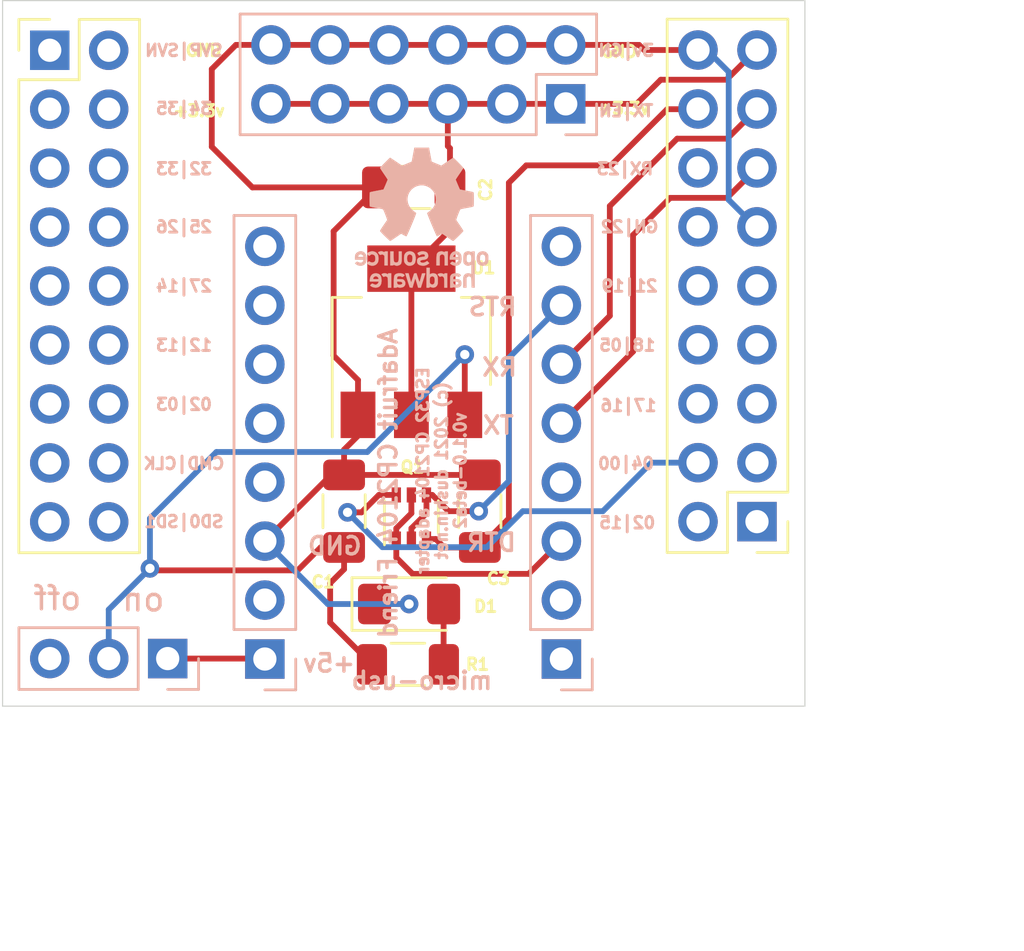
<source format=kicad_pcb>
(kicad_pcb (version 20171130) (host pcbnew "(5.1.9-0-10_14)")

  (general
    (thickness 1.6)
    (drawings 41)
    (tracks 109)
    (zones 0)
    (modules 14)
    (nets 52)
  )

  (page A4)
  (layers
    (0 F.Cu signal)
    (31 B.Cu signal)
    (32 B.Adhes user)
    (33 F.Adhes user)
    (34 B.Paste user)
    (35 F.Paste user)
    (36 B.SilkS user)
    (37 F.SilkS user)
    (38 B.Mask user)
    (39 F.Mask user)
    (40 Dwgs.User user)
    (41 Cmts.User user)
    (42 Eco1.User user)
    (43 Eco2.User user)
    (44 Edge.Cuts user)
    (45 Margin user)
    (46 B.CrtYd user)
    (47 F.CrtYd user)
    (48 B.Fab user)
    (49 F.Fab user)
  )

  (setup
    (last_trace_width 0.25)
    (trace_clearance 0.2)
    (zone_clearance 0.508)
    (zone_45_only no)
    (trace_min 0.2)
    (via_size 0.8)
    (via_drill 0.4)
    (via_min_size 0.4)
    (via_min_drill 0.3)
    (uvia_size 0.3)
    (uvia_drill 0.1)
    (uvias_allowed no)
    (uvia_min_size 0.2)
    (uvia_min_drill 0.1)
    (edge_width 0.05)
    (segment_width 0.2)
    (pcb_text_width 0.3)
    (pcb_text_size 1.5 1.5)
    (mod_edge_width 0.12)
    (mod_text_size 1 1)
    (mod_text_width 0.15)
    (pad_size 1.524 1.524)
    (pad_drill 0.762)
    (pad_to_mask_clearance 0)
    (aux_axis_origin 0 0)
    (grid_origin 132.7404 108.0516)
    (visible_elements FFFFFF7F)
    (pcbplotparams
      (layerselection 0x010fc_ffffffff)
      (usegerberextensions false)
      (usegerberattributes true)
      (usegerberadvancedattributes true)
      (creategerberjobfile true)
      (excludeedgelayer true)
      (linewidth 0.100000)
      (plotframeref false)
      (viasonmask false)
      (mode 1)
      (useauxorigin false)
      (hpglpennumber 1)
      (hpglpenspeed 20)
      (hpglpendiameter 15.000000)
      (psnegative false)
      (psa4output false)
      (plotreference true)
      (plotvalue true)
      (plotinvisibletext false)
      (padsonsilk false)
      (subtractmaskfromsilk false)
      (outputformat 1)
      (mirror false)
      (drillshape 1)
      (scaleselection 1)
      (outputdirectory ""))
  )

  (net 0 "")
  (net 1 /VDD)
  (net 2 /EN)
  (net 3 /IO34)
  (net 4 /IO35)
  (net 5 /IO32)
  (net 6 /IO33)
  (net 7 /IO25)
  (net 8 /IO26)
  (net 9 /IO27)
  (net 10 /IO14)
  (net 11 /IO12)
  (net 12 /IO13)
  (net 13 /SD2)
  (net 14 /SD3)
  (net 15 /IO22)
  (net 16 /IO21)
  (net 17 /IO23)
  (net 18 /IO19)
  (net 19 /IO18)
  (net 20 /IO5)
  (net 21 /IO17)
  (net 22 /IO16)
  (net 23 /IO4)
  (net 24 /IO0)
  (net 25 /IO2)
  (net 26 /IO15)
  (net 27 /SD1)
  (net 28 /SDO)
  (net 29 /CLK)
  (net 30 /CMD)
  (net 31 /GND)
  (net 32 /SVP)
  (net 33 /SVN)
  (net 34 /SU)
  (net 35 /#SU)
  (net 36 /aIO2)
  (net 37 /aIO3)
  (net 38 /RST)
  (net 39 /+3.3v)
  (net 40 /CTS)
  (net 41 /RTS)
  (net 42 /DSR)
  (net 43 /DTR)
  (net 44 /DCD)
  (net 45 /R1)
  (net 46 "Net-(D1-Pad2)")
  (net 47 /+5v-out)
  (net 48 /+5v-in)
  (net 49 "Net-(J6-Pad3)")
  (net 50 /ESP-TX)
  (net 51 /ESP-RX)

  (net_class Default "This is the default net class."
    (clearance 0.2)
    (trace_width 0.25)
    (via_dia 0.8)
    (via_drill 0.4)
    (uvia_dia 0.3)
    (uvia_drill 0.1)
    (add_net /#SU)
    (add_net /+3.3v)
    (add_net /+5v-in)
    (add_net /+5v-out)
    (add_net /CLK)
    (add_net /CMD)
    (add_net /CTS)
    (add_net /DCD)
    (add_net /DSR)
    (add_net /DTR)
    (add_net /EN)
    (add_net /ESP-RX)
    (add_net /ESP-TX)
    (add_net /GND)
    (add_net /IO0)
    (add_net /IO12)
    (add_net /IO13)
    (add_net /IO14)
    (add_net /IO15)
    (add_net /IO16)
    (add_net /IO17)
    (add_net /IO18)
    (add_net /IO19)
    (add_net /IO2)
    (add_net /IO21)
    (add_net /IO22)
    (add_net /IO23)
    (add_net /IO25)
    (add_net /IO26)
    (add_net /IO27)
    (add_net /IO32)
    (add_net /IO33)
    (add_net /IO34)
    (add_net /IO35)
    (add_net /IO4)
    (add_net /IO5)
    (add_net /R1)
    (add_net /RST)
    (add_net /RTS)
    (add_net /SD1)
    (add_net /SD2)
    (add_net /SD3)
    (add_net /SDO)
    (add_net /SU)
    (add_net /SVN)
    (add_net /SVP)
    (add_net /VDD)
    (add_net /aIO2)
    (add_net /aIO3)
    (add_net "Net-(D1-Pad2)")
    (add_net "Net-(J6-Pad3)")
  )

  (module Connector_PinHeader_2.54mm:PinHeader_2x09_P2.54mm_Vertical (layer F.Cu) (tedit 59FED5CC) (tstamp 61849FCC)
    (at 157.9804 108.7016 180)
    (descr "Through hole straight pin header, 2x09, 2.54mm pitch, double rows")
    (tags "Through hole pin header THT 2x09 2.54mm double row")
    (path /61831057)
    (fp_text reference J2 (at 1.27 -2.33) (layer F.SilkS) hide
      (effects (font (size 1 1) (thickness 0.15)))
    )
    (fp_text value Conn_02x09_Odd_Even (at 1.27 22.65) (layer F.Fab) hide
      (effects (font (size 1 1) (thickness 0.15)))
    )
    (fp_line (start 0 -1.27) (end 3.81 -1.27) (layer F.Fab) (width 0.1))
    (fp_line (start 3.81 -1.27) (end 3.81 21.59) (layer F.Fab) (width 0.1))
    (fp_line (start 3.81 21.59) (end -1.27 21.59) (layer F.Fab) (width 0.1))
    (fp_line (start -1.27 21.59) (end -1.27 0) (layer F.Fab) (width 0.1))
    (fp_line (start -1.27 0) (end 0 -1.27) (layer F.Fab) (width 0.1))
    (fp_line (start -1.33 21.65) (end 3.87 21.65) (layer F.SilkS) (width 0.12))
    (fp_line (start -1.33 1.27) (end -1.33 21.65) (layer F.SilkS) (width 0.12))
    (fp_line (start 3.87 -1.33) (end 3.87 21.65) (layer F.SilkS) (width 0.12))
    (fp_line (start -1.33 1.27) (end 1.27 1.27) (layer F.SilkS) (width 0.12))
    (fp_line (start 1.27 1.27) (end 1.27 -1.33) (layer F.SilkS) (width 0.12))
    (fp_line (start 1.27 -1.33) (end 3.87 -1.33) (layer F.SilkS) (width 0.12))
    (fp_line (start -1.33 0) (end -1.33 -1.33) (layer F.SilkS) (width 0.12))
    (fp_line (start -1.33 -1.33) (end 0 -1.33) (layer F.SilkS) (width 0.12))
    (fp_line (start -1.8 -1.8) (end -1.8 22.1) (layer F.CrtYd) (width 0.05))
    (fp_line (start -1.8 22.1) (end 4.35 22.1) (layer F.CrtYd) (width 0.05))
    (fp_line (start 4.35 22.1) (end 4.35 -1.8) (layer F.CrtYd) (width 0.05))
    (fp_line (start 4.35 -1.8) (end -1.8 -1.8) (layer F.CrtYd) (width 0.05))
    (fp_text user %R (at 1.27 10.16 90) (layer F.Fab) hide
      (effects (font (size 1 1) (thickness 0.15)))
    )
    (pad 18 thru_hole oval (at 2.54 20.32 180) (size 1.7 1.7) (drill 1) (layers *.Cu *.Mask)
      (net 31 /GND))
    (pad 17 thru_hole oval (at 0 20.32 180) (size 1.7 1.7) (drill 1) (layers *.Cu *.Mask)
      (net 1 /VDD))
    (pad 16 thru_hole oval (at 2.54 17.78 180) (size 1.7 1.7) (drill 1) (layers *.Cu *.Mask)
      (net 2 /EN))
    (pad 15 thru_hole oval (at 0 17.78 180) (size 1.7 1.7) (drill 1) (layers *.Cu *.Mask)
      (net 50 /ESP-TX))
    (pad 14 thru_hole oval (at 2.54 15.24 180) (size 1.7 1.7) (drill 1) (layers *.Cu *.Mask)
      (net 17 /IO23))
    (pad 13 thru_hole oval (at 0 15.24 180) (size 1.7 1.7) (drill 1) (layers *.Cu *.Mask)
      (net 51 /ESP-RX))
    (pad 12 thru_hole oval (at 2.54 12.7 180) (size 1.7 1.7) (drill 1) (layers *.Cu *.Mask)
      (net 15 /IO22))
    (pad 11 thru_hole oval (at 0 12.7 180) (size 1.7 1.7) (drill 1) (layers *.Cu *.Mask)
      (net 31 /GND))
    (pad 10 thru_hole oval (at 2.54 10.16 180) (size 1.7 1.7) (drill 1) (layers *.Cu *.Mask)
      (net 18 /IO19))
    (pad 9 thru_hole oval (at 0 10.16 180) (size 1.7 1.7) (drill 1) (layers *.Cu *.Mask)
      (net 16 /IO21))
    (pad 8 thru_hole oval (at 2.54 7.62 180) (size 1.7 1.7) (drill 1) (layers *.Cu *.Mask)
      (net 20 /IO5))
    (pad 7 thru_hole oval (at 0 7.62 180) (size 1.7 1.7) (drill 1) (layers *.Cu *.Mask)
      (net 19 /IO18))
    (pad 6 thru_hole oval (at 2.54 5.08 180) (size 1.7 1.7) (drill 1) (layers *.Cu *.Mask)
      (net 22 /IO16))
    (pad 5 thru_hole oval (at 0 5.08 180) (size 1.7 1.7) (drill 1) (layers *.Cu *.Mask)
      (net 21 /IO17))
    (pad 4 thru_hole oval (at 2.54 2.54 180) (size 1.7 1.7) (drill 1) (layers *.Cu *.Mask)
      (net 24 /IO0))
    (pad 3 thru_hole oval (at 0 2.54 180) (size 1.7 1.7) (drill 1) (layers *.Cu *.Mask)
      (net 23 /IO4))
    (pad 2 thru_hole oval (at 2.54 0 180) (size 1.7 1.7) (drill 1) (layers *.Cu *.Mask)
      (net 26 /IO15))
    (pad 1 thru_hole rect (at 0 0 180) (size 1.7 1.7) (drill 1) (layers *.Cu *.Mask)
      (net 25 /IO2))
    (model ${KISYS3DMOD}/Connector_PinHeader_2.54mm.3dshapes/PinHeader_2x09_P2.54mm_Vertical.wrl
      (at (xyz 0 0 0))
      (scale (xyz 1 1 1))
      (rotate (xyz 0 0 0))
    )
  )

  (module Connector_PinHeader_2.54mm:PinHeader_2x09_P2.54mm_Vertical (layer F.Cu) (tedit 59FED5CC) (tstamp 61848FBC)
    (at 127.508 88.392)
    (descr "Through hole straight pin header, 2x09, 2.54mm pitch, double rows")
    (tags "Through hole pin header THT 2x09 2.54mm double row")
    (path /618301E4)
    (fp_text reference J1 (at 1.27 -2.33) (layer F.SilkS) hide
      (effects (font (size 1 1) (thickness 0.15)))
    )
    (fp_text value Conn_02x09_Odd_Even (at 1.27 22.65) (layer F.Fab) hide
      (effects (font (size 1 1) (thickness 0.15)))
    )
    (fp_line (start 0 -1.27) (end 3.81 -1.27) (layer F.Fab) (width 0.1))
    (fp_line (start 3.81 -1.27) (end 3.81 21.59) (layer F.Fab) (width 0.1))
    (fp_line (start 3.81 21.59) (end -1.27 21.59) (layer F.Fab) (width 0.1))
    (fp_line (start -1.27 21.59) (end -1.27 0) (layer F.Fab) (width 0.1))
    (fp_line (start -1.27 0) (end 0 -1.27) (layer F.Fab) (width 0.1))
    (fp_line (start -1.33 21.65) (end 3.87 21.65) (layer F.SilkS) (width 0.12))
    (fp_line (start -1.33 1.27) (end -1.33 21.65) (layer F.SilkS) (width 0.12))
    (fp_line (start 3.87 -1.33) (end 3.87 21.65) (layer F.SilkS) (width 0.12))
    (fp_line (start -1.33 1.27) (end 1.27 1.27) (layer F.SilkS) (width 0.12))
    (fp_line (start 1.27 1.27) (end 1.27 -1.33) (layer F.SilkS) (width 0.12))
    (fp_line (start 1.27 -1.33) (end 3.87 -1.33) (layer F.SilkS) (width 0.12))
    (fp_line (start -1.33 0) (end -1.33 -1.33) (layer F.SilkS) (width 0.12))
    (fp_line (start -1.33 -1.33) (end 0 -1.33) (layer F.SilkS) (width 0.12))
    (fp_line (start -1.8 -1.8) (end -1.8 22.1) (layer F.CrtYd) (width 0.05))
    (fp_line (start -1.8 22.1) (end 4.35 22.1) (layer F.CrtYd) (width 0.05))
    (fp_line (start 4.35 22.1) (end 4.35 -1.8) (layer F.CrtYd) (width 0.05))
    (fp_line (start 4.35 -1.8) (end -1.8 -1.8) (layer F.CrtYd) (width 0.05))
    (fp_text user %R (at 1.27 10.16 90) (layer F.Fab) hide
      (effects (font (size 1 1) (thickness 0.15)))
    )
    (pad 18 thru_hole oval (at 2.54 20.32) (size 1.7 1.7) (drill 1) (layers *.Cu *.Mask)
      (net 28 /SDO))
    (pad 17 thru_hole oval (at 0 20.32) (size 1.7 1.7) (drill 1) (layers *.Cu *.Mask)
      (net 27 /SD1))
    (pad 16 thru_hole oval (at 2.54 17.78) (size 1.7 1.7) (drill 1) (layers *.Cu *.Mask)
      (net 30 /CMD))
    (pad 15 thru_hole oval (at 0 17.78) (size 1.7 1.7) (drill 1) (layers *.Cu *.Mask)
      (net 29 /CLK))
    (pad 14 thru_hole oval (at 2.54 15.24) (size 1.7 1.7) (drill 1) (layers *.Cu *.Mask)
      (net 13 /SD2))
    (pad 13 thru_hole oval (at 0 15.24) (size 1.7 1.7) (drill 1) (layers *.Cu *.Mask)
      (net 14 /SD3))
    (pad 12 thru_hole oval (at 2.54 12.7) (size 1.7 1.7) (drill 1) (layers *.Cu *.Mask)
      (net 11 /IO12))
    (pad 11 thru_hole oval (at 0 12.7) (size 1.7 1.7) (drill 1) (layers *.Cu *.Mask)
      (net 12 /IO13))
    (pad 10 thru_hole oval (at 2.54 10.16) (size 1.7 1.7) (drill 1) (layers *.Cu *.Mask)
      (net 9 /IO27))
    (pad 9 thru_hole oval (at 0 10.16) (size 1.7 1.7) (drill 1) (layers *.Cu *.Mask)
      (net 10 /IO14))
    (pad 8 thru_hole oval (at 2.54 7.62) (size 1.7 1.7) (drill 1) (layers *.Cu *.Mask)
      (net 7 /IO25))
    (pad 7 thru_hole oval (at 0 7.62) (size 1.7 1.7) (drill 1) (layers *.Cu *.Mask)
      (net 8 /IO26))
    (pad 6 thru_hole oval (at 2.54 5.08) (size 1.7 1.7) (drill 1) (layers *.Cu *.Mask)
      (net 5 /IO32))
    (pad 5 thru_hole oval (at 0 5.08) (size 1.7 1.7) (drill 1) (layers *.Cu *.Mask)
      (net 6 /IO33))
    (pad 4 thru_hole oval (at 2.54 2.54) (size 1.7 1.7) (drill 1) (layers *.Cu *.Mask)
      (net 3 /IO34))
    (pad 3 thru_hole oval (at 0 2.54) (size 1.7 1.7) (drill 1) (layers *.Cu *.Mask)
      (net 4 /IO35))
    (pad 2 thru_hole oval (at 2.54 0) (size 1.7 1.7) (drill 1) (layers *.Cu *.Mask)
      (net 32 /SVP))
    (pad 1 thru_hole rect (at 0 0) (size 1.7 1.7) (drill 1) (layers *.Cu *.Mask)
      (net 33 /SVN))
    (model ${KISYS3DMOD}/Connector_PinHeader_2.54mm.3dshapes/PinHeader_2x09_P2.54mm_Vertical.wrl
      (at (xyz 0 0 0))
      (scale (xyz 1 1 1))
      (rotate (xyz 0 0 0))
    )
  )

  (module Connector_PinHeader_2.54mm:PinHeader_1x03_P2.54mm_Vertical (layer B.Cu) (tedit 59FED5CC) (tstamp 61A4FCBF)
    (at 132.5904 114.6016 90)
    (descr "Through hole straight pin header, 1x03, 2.54mm pitch, single row")
    (tags "Through hole pin header THT 1x03 2.54mm single row")
    (path /61A66E61)
    (fp_text reference J6 (at 0 2.33 -90) (layer B.SilkS) hide
      (effects (font (size 1 1) (thickness 0.15)) (justify mirror))
    )
    (fp_text value Conn_01x03 (at 0 -7.41 -90) (layer B.Fab) hide
      (effects (font (size 1 1) (thickness 0.15)) (justify mirror))
    )
    (fp_line (start -0.635 1.27) (end 1.27 1.27) (layer B.Fab) (width 0.1))
    (fp_line (start 1.27 1.27) (end 1.27 -6.35) (layer B.Fab) (width 0.1))
    (fp_line (start 1.27 -6.35) (end -1.27 -6.35) (layer B.Fab) (width 0.1))
    (fp_line (start -1.27 -6.35) (end -1.27 0.635) (layer B.Fab) (width 0.1))
    (fp_line (start -1.27 0.635) (end -0.635 1.27) (layer B.Fab) (width 0.1))
    (fp_line (start -1.33 -6.41) (end 1.33 -6.41) (layer B.SilkS) (width 0.12))
    (fp_line (start -1.33 -1.27) (end -1.33 -6.41) (layer B.SilkS) (width 0.12))
    (fp_line (start 1.33 -1.27) (end 1.33 -6.41) (layer B.SilkS) (width 0.12))
    (fp_line (start -1.33 -1.27) (end 1.33 -1.27) (layer B.SilkS) (width 0.12))
    (fp_line (start -1.33 0) (end -1.33 1.33) (layer B.SilkS) (width 0.12))
    (fp_line (start -1.33 1.33) (end 0 1.33) (layer B.SilkS) (width 0.12))
    (fp_line (start -1.8 1.8) (end -1.8 -6.85) (layer B.CrtYd) (width 0.05))
    (fp_line (start -1.8 -6.85) (end 1.8 -6.85) (layer B.CrtYd) (width 0.05))
    (fp_line (start 1.8 -6.85) (end 1.8 1.8) (layer B.CrtYd) (width 0.05))
    (fp_line (start 1.8 1.8) (end -1.8 1.8) (layer B.CrtYd) (width 0.05))
    (fp_text user %R (at 0 -2.54) (layer B.Fab) hide
      (effects (font (size 1 1) (thickness 0.15)) (justify mirror))
    )
    (pad 1 thru_hole rect (at 0 0 90) (size 1.7 1.7) (drill 1) (layers *.Cu *.Mask)
      (net 48 /+5v-in))
    (pad 2 thru_hole oval (at 0 -2.54 90) (size 1.7 1.7) (drill 1) (layers *.Cu *.Mask)
      (net 47 /+5v-out))
    (pad 3 thru_hole oval (at 0 -5.08 90) (size 1.7 1.7) (drill 1) (layers *.Cu *.Mask)
      (net 49 "Net-(J6-Pad3)"))
    (model ${KISYS3DMOD}/Connector_PinHeader_2.54mm.3dshapes/PinHeader_1x03_P2.54mm_Vertical.wrl
      (at (xyz 0 0 0))
      (scale (xyz 1 1 1))
      (rotate (xyz 0 0 0))
    )
  )

  (module Connector_PinHeader_2.54mm:PinHeader_2x06_P2.54mm_Vertical (layer B.Cu) (tedit 59FED5CC) (tstamp 61A06F01)
    (at 149.7404 90.7016 90)
    (descr "Through hole straight pin header, 2x06, 2.54mm pitch, double rows")
    (tags "Through hole pin header THT 2x06 2.54mm double row")
    (path /61A47DA6)
    (fp_text reference J5 (at 1.27 2.33 270) (layer B.SilkS) hide
      (effects (font (size 1 1) (thickness 0.15)) (justify mirror))
    )
    (fp_text value "+/- rail" (at 1.27 -15.03 270) (layer B.Fab) hide
      (effects (font (size 1 1) (thickness 0.15)) (justify mirror))
    )
    (fp_line (start 0 1.27) (end 3.81 1.27) (layer B.Fab) (width 0.1))
    (fp_line (start 3.81 1.27) (end 3.81 -13.97) (layer B.Fab) (width 0.1))
    (fp_line (start 3.81 -13.97) (end -1.27 -13.97) (layer B.Fab) (width 0.1))
    (fp_line (start -1.27 -13.97) (end -1.27 0) (layer B.Fab) (width 0.1))
    (fp_line (start -1.27 0) (end 0 1.27) (layer B.Fab) (width 0.1))
    (fp_line (start -1.33 -14.03) (end 3.87 -14.03) (layer B.SilkS) (width 0.12))
    (fp_line (start -1.33 -1.27) (end -1.33 -14.03) (layer B.SilkS) (width 0.12))
    (fp_line (start 3.87 1.33) (end 3.87 -14.03) (layer B.SilkS) (width 0.12))
    (fp_line (start -1.33 -1.27) (end 1.27 -1.27) (layer B.SilkS) (width 0.12))
    (fp_line (start 1.27 -1.27) (end 1.27 1.33) (layer B.SilkS) (width 0.12))
    (fp_line (start 1.27 1.33) (end 3.87 1.33) (layer B.SilkS) (width 0.12))
    (fp_line (start -1.33 0) (end -1.33 1.33) (layer B.SilkS) (width 0.12))
    (fp_line (start -1.33 1.33) (end 0 1.33) (layer B.SilkS) (width 0.12))
    (fp_line (start -1.8 1.8) (end -1.8 -14.5) (layer B.CrtYd) (width 0.05))
    (fp_line (start -1.8 -14.5) (end 4.35 -14.5) (layer B.CrtYd) (width 0.05))
    (fp_line (start 4.35 -14.5) (end 4.35 1.8) (layer B.CrtYd) (width 0.05))
    (fp_line (start 4.35 1.8) (end -1.8 1.8) (layer B.CrtYd) (width 0.05))
    (fp_text user %R (at 1.27 -6.35) (layer B.Fab) hide
      (effects (font (size 1 1) (thickness 0.15)) (justify mirror))
    )
    (pad 12 thru_hole oval (at 2.54 -12.7 90) (size 1.7 1.7) (drill 1) (layers *.Cu *.Mask)
      (net 31 /GND))
    (pad 11 thru_hole oval (at 0 -12.7 90) (size 1.7 1.7) (drill 1) (layers *.Cu *.Mask)
      (net 1 /VDD))
    (pad 10 thru_hole oval (at 2.54 -10.16 90) (size 1.7 1.7) (drill 1) (layers *.Cu *.Mask)
      (net 31 /GND))
    (pad 9 thru_hole oval (at 0 -10.16 90) (size 1.7 1.7) (drill 1) (layers *.Cu *.Mask)
      (net 1 /VDD))
    (pad 8 thru_hole oval (at 2.54 -7.62 90) (size 1.7 1.7) (drill 1) (layers *.Cu *.Mask)
      (net 31 /GND))
    (pad 7 thru_hole oval (at 0 -7.62 90) (size 1.7 1.7) (drill 1) (layers *.Cu *.Mask)
      (net 1 /VDD))
    (pad 6 thru_hole oval (at 2.54 -5.08 90) (size 1.7 1.7) (drill 1) (layers *.Cu *.Mask)
      (net 31 /GND))
    (pad 5 thru_hole oval (at 0 -5.08 90) (size 1.7 1.7) (drill 1) (layers *.Cu *.Mask)
      (net 1 /VDD))
    (pad 4 thru_hole oval (at 2.54 -2.54 90) (size 1.7 1.7) (drill 1) (layers *.Cu *.Mask)
      (net 31 /GND))
    (pad 3 thru_hole oval (at 0 -2.54 90) (size 1.7 1.7) (drill 1) (layers *.Cu *.Mask)
      (net 1 /VDD))
    (pad 2 thru_hole oval (at 2.54 0 90) (size 1.7 1.7) (drill 1) (layers *.Cu *.Mask)
      (net 31 /GND))
    (pad 1 thru_hole rect (at 0 0 90) (size 1.7 1.7) (drill 1) (layers *.Cu *.Mask)
      (net 1 /VDD))
    (model ${KISYS3DMOD}/Connector_PinHeader_2.54mm.3dshapes/PinHeader_2x06_P2.54mm_Vertical.wrl
      (at (xyz 0 0 0))
      (scale (xyz 1 1 1))
      (rotate (xyz 0 0 0))
    )
  )

  (module Package_TO_SOT_SMD:SOT-363_SC-70-6 (layer F.Cu) (tedit 5A02FF57) (tstamp 619BECCC)
    (at 143.0904 108.5016 90)
    (descr "SOT-363, SC-70-6")
    (tags "SOT-363 SC-70-6")
    (path /619D3F94)
    (attr smd)
    (fp_text reference Q1 (at 2.15 0.05 180) (layer F.SilkS)
      (effects (font (size 0.5 0.5) (thickness 0.125)))
    )
    (fp_text value MUN5214DW1 (at 0 2 270) (layer F.Fab) hide
      (effects (font (size 1 1) (thickness 0.15)))
    )
    (fp_line (start 0.7 -1.16) (end -1.2 -1.16) (layer F.SilkS) (width 0.12))
    (fp_line (start -0.7 1.16) (end 0.7 1.16) (layer F.SilkS) (width 0.12))
    (fp_line (start 1.6 1.4) (end 1.6 -1.4) (layer F.CrtYd) (width 0.05))
    (fp_line (start -1.6 -1.4) (end -1.6 1.4) (layer F.CrtYd) (width 0.05))
    (fp_line (start -1.6 -1.4) (end 1.6 -1.4) (layer F.CrtYd) (width 0.05))
    (fp_line (start 0.675 -1.1) (end -0.175 -1.1) (layer F.Fab) (width 0.1))
    (fp_line (start -0.675 -0.6) (end -0.675 1.1) (layer F.Fab) (width 0.1))
    (fp_line (start -1.6 1.4) (end 1.6 1.4) (layer F.CrtYd) (width 0.05))
    (fp_line (start 0.675 -1.1) (end 0.675 1.1) (layer F.Fab) (width 0.1))
    (fp_line (start 0.675 1.1) (end -0.675 1.1) (layer F.Fab) (width 0.1))
    (fp_line (start -0.175 -1.1) (end -0.675 -0.6) (layer F.Fab) (width 0.1))
    (fp_text user %R (at 0 0) (layer F.Fab)
      (effects (font (size 0.5 0.5) (thickness 0.075)))
    )
    (pad 6 smd rect (at 0.95 -0.65 90) (size 0.65 0.4) (layers F.Cu F.Paste F.Mask)
      (net 24 /IO0))
    (pad 4 smd rect (at 0.95 0.65 90) (size 0.65 0.4) (layers F.Cu F.Paste F.Mask)
      (net 41 /RTS))
    (pad 2 smd rect (at -0.95 0 90) (size 0.65 0.4) (layers F.Cu F.Paste F.Mask)
      (net 41 /RTS))
    (pad 5 smd rect (at 0.95 0 90) (size 0.65 0.4) (layers F.Cu F.Paste F.Mask)
      (net 43 /DTR))
    (pad 3 smd rect (at -0.95 0.65 90) (size 0.65 0.4) (layers F.Cu F.Paste F.Mask)
      (net 2 /EN))
    (pad 1 smd rect (at -0.95 -0.65 90) (size 0.65 0.4) (layers F.Cu F.Paste F.Mask)
      (net 43 /DTR))
    (model ${KISYS3DMOD}/Package_TO_SOT_SMD.3dshapes/SOT-363_SC-70-6.wrl
      (at (xyz 0 0 0))
      (scale (xyz 1 1 1))
      (rotate (xyz 0 0 0))
    )
  )

  (module Connector_PinSocket_2.54mm:PinSocket_1x08_P2.54mm_Vertical (layer B.Cu) (tedit 5A19A420) (tstamp 618FACA8)
    (at 136.7774 114.621)
    (descr "Through hole straight socket strip, 1x08, 2.54mm pitch, single row (from Kicad 4.0.7), script generated")
    (tags "Through hole socket strip THT 1x08 2.54mm single row")
    (path /618F4BDD)
    (fp_text reference J3 (at 0 2.77) (layer B.SilkS) hide
      (effects (font (size 1 1) (thickness 0.15)) (justify mirror))
    )
    (fp_text value Conn_01x08_Female (at 0 -20.55) (layer B.Fab) hide
      (effects (font (size 1 1) (thickness 0.15)) (justify mirror))
    )
    (fp_line (start -1.8 -19.55) (end -1.8 1.8) (layer B.CrtYd) (width 0.05))
    (fp_line (start 1.75 -19.55) (end -1.8 -19.55) (layer B.CrtYd) (width 0.05))
    (fp_line (start 1.75 1.8) (end 1.75 -19.55) (layer B.CrtYd) (width 0.05))
    (fp_line (start -1.8 1.8) (end 1.75 1.8) (layer B.CrtYd) (width 0.05))
    (fp_line (start 0 1.33) (end 1.33 1.33) (layer B.SilkS) (width 0.12))
    (fp_line (start 1.33 1.33) (end 1.33 0) (layer B.SilkS) (width 0.12))
    (fp_line (start 1.33 -1.27) (end 1.33 -19.11) (layer B.SilkS) (width 0.12))
    (fp_line (start -1.33 -19.11) (end 1.33 -19.11) (layer B.SilkS) (width 0.12))
    (fp_line (start -1.33 -1.27) (end -1.33 -19.11) (layer B.SilkS) (width 0.12))
    (fp_line (start -1.33 -1.27) (end 1.33 -1.27) (layer B.SilkS) (width 0.12))
    (fp_line (start -1.27 -19.05) (end -1.27 1.27) (layer B.Fab) (width 0.1))
    (fp_line (start 1.27 -19.05) (end -1.27 -19.05) (layer B.Fab) (width 0.1))
    (fp_line (start 1.27 0.635) (end 1.27 -19.05) (layer B.Fab) (width 0.1))
    (fp_line (start 0.635 1.27) (end 1.27 0.635) (layer B.Fab) (width 0.1))
    (fp_line (start -1.27 1.27) (end 0.635 1.27) (layer B.Fab) (width 0.1))
    (fp_text user %R (at 0 -8.89 -90) (layer B.Fab) hide
      (effects (font (size 1 1) (thickness 0.15)) (justify mirror))
    )
    (pad 8 thru_hole oval (at 0 -17.78) (size 1.7 1.7) (drill 1) (layers *.Cu *.Mask)
      (net 34 /SU))
    (pad 7 thru_hole oval (at 0 -15.24) (size 1.7 1.7) (drill 1) (layers *.Cu *.Mask)
      (net 35 /#SU))
    (pad 6 thru_hole oval (at 0 -12.7) (size 1.7 1.7) (drill 1) (layers *.Cu *.Mask)
      (net 36 /aIO2))
    (pad 5 thru_hole oval (at 0 -10.16) (size 1.7 1.7) (drill 1) (layers *.Cu *.Mask)
      (net 37 /aIO3))
    (pad 4 thru_hole oval (at 0 -7.62) (size 1.7 1.7) (drill 1) (layers *.Cu *.Mask)
      (net 38 /RST))
    (pad 3 thru_hole oval (at 0 -5.08) (size 1.7 1.7) (drill 1) (layers *.Cu *.Mask)
      (net 31 /GND))
    (pad 2 thru_hole oval (at 0 -2.54) (size 1.7 1.7) (drill 1) (layers *.Cu *.Mask)
      (net 39 /+3.3v))
    (pad 1 thru_hole rect (at 0 0) (size 1.7 1.7) (drill 1) (layers *.Cu *.Mask)
      (net 48 /+5v-in))
    (model ${KISYS3DMOD}/Connector_PinSocket_2.54mm.3dshapes/PinSocket_1x08_P2.54mm_Vertical.wrl
      (at (xyz 0 0 0))
      (scale (xyz 1 1 1))
      (rotate (xyz 0 0 0))
    )
  )

  (module Capacitor_SMD:C_1206_3216Metric_Pad1.33x1.80mm_HandSolder (layer F.Cu) (tedit 5F68FEEF) (tstamp 6191ADA9)
    (at 146.0404 108.2516 90)
    (descr "Capacitor SMD 1206 (3216 Metric), square (rectangular) end terminal, IPC_7351 nominal with elongated pad for handsoldering. (Body size source: IPC-SM-782 page 76, https://www.pcb-3d.com/wordpress/wp-content/uploads/ipc-sm-782a_amendment_1_and_2.pdf), generated with kicad-footprint-generator")
    (tags "capacitor handsolder")
    (path /6193EF95)
    (attr smd)
    (fp_text reference C3 (at -2.9 0.8 180) (layer F.SilkS)
      (effects (font (size 0.5 0.5) (thickness 0.125)))
    )
    (fp_text value 100nF (at 0 1.85 90) (layer F.Fab) hide
      (effects (font (size 1 1) (thickness 0.15)))
    )
    (fp_line (start -1.6 0.8) (end -1.6 -0.8) (layer F.Fab) (width 0.1))
    (fp_line (start -1.6 -0.8) (end 1.6 -0.8) (layer F.Fab) (width 0.1))
    (fp_line (start 1.6 -0.8) (end 1.6 0.8) (layer F.Fab) (width 0.1))
    (fp_line (start 1.6 0.8) (end -1.6 0.8) (layer F.Fab) (width 0.1))
    (fp_line (start -0.711252 -0.91) (end 0.711252 -0.91) (layer F.SilkS) (width 0.12))
    (fp_line (start -0.711252 0.91) (end 0.711252 0.91) (layer F.SilkS) (width 0.12))
    (fp_line (start -2.48 1.15) (end -2.48 -1.15) (layer F.CrtYd) (width 0.05))
    (fp_line (start -2.48 -1.15) (end 2.48 -1.15) (layer F.CrtYd) (width 0.05))
    (fp_line (start 2.48 -1.15) (end 2.48 1.15) (layer F.CrtYd) (width 0.05))
    (fp_line (start 2.48 1.15) (end -2.48 1.15) (layer F.CrtYd) (width 0.05))
    (fp_text user %R (at 0 0 90) (layer F.Fab) hide
      (effects (font (size 0.8 0.8) (thickness 0.12)))
    )
    (pad 2 smd roundrect (at 1.5625 0 90) (size 1.325 1.8) (layers F.Cu F.Paste F.Mask) (roundrect_rratio 0.188679)
      (net 31 /GND))
    (pad 1 smd roundrect (at -1.5625 0 90) (size 1.325 1.8) (layers F.Cu F.Paste F.Mask) (roundrect_rratio 0.188679)
      (net 2 /EN))
    (model ${KISYS3DMOD}/Capacitor_SMD.3dshapes/C_1206_3216Metric.wrl
      (at (xyz 0 0 0))
      (scale (xyz 1 1 1))
      (rotate (xyz 0 0 0))
    )
  )

  (module Resistor_SMD:R_1206_3216Metric_Pad1.30x1.75mm_HandSolder (layer F.Cu) (tedit 5F68FEEE) (tstamp 618FAD65)
    (at 142.9404 114.8516 180)
    (descr "Resistor SMD 1206 (3216 Metric), square (rectangular) end terminal, IPC_7351 nominal with elongated pad for handsoldering. (Body size source: IPC-SM-782 page 72, https://www.pcb-3d.com/wordpress/wp-content/uploads/ipc-sm-782a_amendment_1_and_2.pdf), generated with kicad-footprint-generator")
    (tags "resistor handsolder")
    (path /619B511C)
    (attr smd)
    (fp_text reference R1 (at -3 0) (layer F.SilkS)
      (effects (font (size 0.5 0.5) (thickness 0.125)))
    )
    (fp_text value 2k (at 0 1.82) (layer F.Fab) hide
      (effects (font (size 1 1) (thickness 0.15)))
    )
    (fp_line (start 2.45 1.12) (end -2.45 1.12) (layer F.CrtYd) (width 0.05))
    (fp_line (start 2.45 -1.12) (end 2.45 1.12) (layer F.CrtYd) (width 0.05))
    (fp_line (start -2.45 -1.12) (end 2.45 -1.12) (layer F.CrtYd) (width 0.05))
    (fp_line (start -2.45 1.12) (end -2.45 -1.12) (layer F.CrtYd) (width 0.05))
    (fp_line (start -0.727064 0.91) (end 0.727064 0.91) (layer F.SilkS) (width 0.12))
    (fp_line (start -0.727064 -0.91) (end 0.727064 -0.91) (layer F.SilkS) (width 0.12))
    (fp_line (start 1.6 0.8) (end -1.6 0.8) (layer F.Fab) (width 0.1))
    (fp_line (start 1.6 -0.8) (end 1.6 0.8) (layer F.Fab) (width 0.1))
    (fp_line (start -1.6 -0.8) (end 1.6 -0.8) (layer F.Fab) (width 0.1))
    (fp_line (start -1.6 0.8) (end -1.6 -0.8) (layer F.Fab) (width 0.1))
    (fp_text user %R (at 0 0) (layer F.Fab) hide
      (effects (font (size 0.8 0.8) (thickness 0.12)))
    )
    (pad 2 smd roundrect (at 1.55 0 180) (size 1.3 1.75) (layers F.Cu F.Paste F.Mask) (roundrect_rratio 0.192308)
      (net 47 /+5v-out))
    (pad 1 smd roundrect (at -1.55 0 180) (size 1.3 1.75) (layers F.Cu F.Paste F.Mask) (roundrect_rratio 0.192308)
      (net 46 "Net-(D1-Pad2)"))
    (model ${KISYS3DMOD}/Resistor_SMD.3dshapes/R_1206_3216Metric.wrl
      (at (xyz 0 0 0))
      (scale (xyz 1 1 1))
      (rotate (xyz 0 0 0))
    )
  )

  (module Connector_PinSocket_2.54mm:PinSocket_1x08_P2.54mm_Vertical (layer B.Cu) (tedit 5A19A420) (tstamp 618FACC4)
    (at 149.5536 114.621)
    (descr "Through hole straight socket strip, 1x08, 2.54mm pitch, single row (from Kicad 4.0.7), script generated")
    (tags "Through hole socket strip THT 1x08 2.54mm single row")
    (path /618F4764)
    (fp_text reference J4 (at 0 2.77) (layer B.SilkS) hide
      (effects (font (size 1 1) (thickness 0.15)) (justify mirror))
    )
    (fp_text value Conn_01x08_Female (at 0 -20.55) (layer B.Fab) hide
      (effects (font (size 1 1) (thickness 0.15)) (justify mirror))
    )
    (fp_line (start -1.8 -19.55) (end -1.8 1.8) (layer B.CrtYd) (width 0.05))
    (fp_line (start 1.75 -19.55) (end -1.8 -19.55) (layer B.CrtYd) (width 0.05))
    (fp_line (start 1.75 1.8) (end 1.75 -19.55) (layer B.CrtYd) (width 0.05))
    (fp_line (start -1.8 1.8) (end 1.75 1.8) (layer B.CrtYd) (width 0.05))
    (fp_line (start 0 1.33) (end 1.33 1.33) (layer B.SilkS) (width 0.12))
    (fp_line (start 1.33 1.33) (end 1.33 0) (layer B.SilkS) (width 0.12))
    (fp_line (start 1.33 -1.27) (end 1.33 -19.11) (layer B.SilkS) (width 0.12))
    (fp_line (start -1.33 -19.11) (end 1.33 -19.11) (layer B.SilkS) (width 0.12))
    (fp_line (start -1.33 -1.27) (end -1.33 -19.11) (layer B.SilkS) (width 0.12))
    (fp_line (start -1.33 -1.27) (end 1.33 -1.27) (layer B.SilkS) (width 0.12))
    (fp_line (start -1.27 -19.05) (end -1.27 1.27) (layer B.Fab) (width 0.1))
    (fp_line (start 1.27 -19.05) (end -1.27 -19.05) (layer B.Fab) (width 0.1))
    (fp_line (start 1.27 0.635) (end 1.27 -19.05) (layer B.Fab) (width 0.1))
    (fp_line (start 0.635 1.27) (end 1.27 0.635) (layer B.Fab) (width 0.1))
    (fp_line (start -1.27 1.27) (end 0.635 1.27) (layer B.Fab) (width 0.1))
    (fp_text user %R (at 0 -8.89 -90) (layer B.Fab) hide
      (effects (font (size 1 1) (thickness 0.15)) (justify mirror))
    )
    (pad 8 thru_hole oval (at 0 -17.78) (size 1.7 1.7) (drill 1) (layers *.Cu *.Mask)
      (net 40 /CTS))
    (pad 7 thru_hole oval (at 0 -15.24) (size 1.7 1.7) (drill 1) (layers *.Cu *.Mask)
      (net 41 /RTS))
    (pad 6 thru_hole oval (at 0 -12.7) (size 1.7 1.7) (drill 1) (layers *.Cu *.Mask)
      (net 50 /ESP-TX))
    (pad 5 thru_hole oval (at 0 -10.16) (size 1.7 1.7) (drill 1) (layers *.Cu *.Mask)
      (net 51 /ESP-RX))
    (pad 4 thru_hole oval (at 0 -7.62) (size 1.7 1.7) (drill 1) (layers *.Cu *.Mask)
      (net 42 /DSR))
    (pad 3 thru_hole oval (at 0 -5.08) (size 1.7 1.7) (drill 1) (layers *.Cu *.Mask)
      (net 43 /DTR))
    (pad 2 thru_hole oval (at 0 -2.54) (size 1.7 1.7) (drill 1) (layers *.Cu *.Mask)
      (net 44 /DCD))
    (pad 1 thru_hole rect (at 0 0) (size 1.7 1.7) (drill 1) (layers *.Cu *.Mask)
      (net 45 /R1))
    (model ${KISYS3DMOD}/Connector_PinSocket_2.54mm.3dshapes/PinSocket_1x08_P2.54mm_Vertical.wrl
      (at (xyz 0 0 0))
      (scale (xyz 1 1 1))
      (rotate (xyz 0 0 0))
    )
  )

  (module LED_SMD:LED_1206_3216Metric_Pad1.42x1.75mm_HandSolder (layer F.Cu) (tedit 5F68FEF1) (tstamp 618FABF0)
    (at 142.9904 112.2516)
    (descr "LED SMD 1206 (3216 Metric), square (rectangular) end terminal, IPC_7351 nominal, (Body size source: http://www.tortai-tech.com/upload/download/2011102023233369053.pdf), generated with kicad-footprint-generator")
    (tags "LED handsolder")
    (path /619B70DB)
    (attr smd)
    (fp_text reference D1 (at 3.3 0.1) (layer F.SilkS)
      (effects (font (size 0.5 0.5) (thickness 0.125)))
    )
    (fp_text value LED (at 0 1.82) (layer F.Fab) hide
      (effects (font (size 1 1) (thickness 0.15)))
    )
    (fp_line (start 2.45 1.12) (end -2.45 1.12) (layer F.CrtYd) (width 0.05))
    (fp_line (start 2.45 -1.12) (end 2.45 1.12) (layer F.CrtYd) (width 0.05))
    (fp_line (start -2.45 -1.12) (end 2.45 -1.12) (layer F.CrtYd) (width 0.05))
    (fp_line (start -2.45 1.12) (end -2.45 -1.12) (layer F.CrtYd) (width 0.05))
    (fp_line (start -2.46 1.135) (end 1.6 1.135) (layer F.SilkS) (width 0.12))
    (fp_line (start -2.46 -1.135) (end -2.46 1.135) (layer F.SilkS) (width 0.12))
    (fp_line (start 1.6 -1.135) (end -2.46 -1.135) (layer F.SilkS) (width 0.12))
    (fp_line (start 1.6 0.8) (end 1.6 -0.8) (layer F.Fab) (width 0.1))
    (fp_line (start -1.6 0.8) (end 1.6 0.8) (layer F.Fab) (width 0.1))
    (fp_line (start -1.6 -0.4) (end -1.6 0.8) (layer F.Fab) (width 0.1))
    (fp_line (start -1.2 -0.8) (end -1.6 -0.4) (layer F.Fab) (width 0.1))
    (fp_line (start 1.6 -0.8) (end -1.2 -0.8) (layer F.Fab) (width 0.1))
    (fp_text user %R (at 0 0) (layer F.Fab) hide
      (effects (font (size 0.8 0.8) (thickness 0.12)))
    )
    (pad 2 smd roundrect (at 1.4875 0) (size 1.425 1.75) (layers F.Cu F.Paste F.Mask) (roundrect_rratio 0.175439)
      (net 46 "Net-(D1-Pad2)"))
    (pad 1 smd roundrect (at -1.4875 0) (size 1.425 1.75) (layers F.Cu F.Paste F.Mask) (roundrect_rratio 0.175439)
      (net 31 /GND))
    (model ${KISYS3DMOD}/LED_SMD.3dshapes/LED_1206_3216Metric.wrl
      (at (xyz 0 0 0))
      (scale (xyz 1 1 1))
      (rotate (xyz 0 0 0))
    )
  )

  (module Capacitor_SMD:C_1206_3216Metric_Pad1.33x1.80mm_HandSolder (layer F.Cu) (tedit 5F68FEEF) (tstamp 618FABDD)
    (at 143.1904 94.3016 180)
    (descr "Capacitor SMD 1206 (3216 Metric), square (rectangular) end terminal, IPC_7351 nominal with elongated pad for handsoldering. (Body size source: IPC-SM-782 page 76, https://www.pcb-3d.com/wordpress/wp-content/uploads/ipc-sm-782a_amendment_1_and_2.pdf), generated with kicad-footprint-generator")
    (tags "capacitor handsolder")
    (path /619B64CD)
    (attr smd)
    (fp_text reference C2 (at -3.1 -0.1 270) (layer F.SilkS)
      (effects (font (size 0.5 0.5) (thickness 0.125)))
    )
    (fp_text value 22uF (at 0 1.85) (layer F.Fab) hide
      (effects (font (size 1 1) (thickness 0.15)))
    )
    (fp_line (start 2.48 1.15) (end -2.48 1.15) (layer F.CrtYd) (width 0.05))
    (fp_line (start 2.48 -1.15) (end 2.48 1.15) (layer F.CrtYd) (width 0.05))
    (fp_line (start -2.48 -1.15) (end 2.48 -1.15) (layer F.CrtYd) (width 0.05))
    (fp_line (start -2.48 1.15) (end -2.48 -1.15) (layer F.CrtYd) (width 0.05))
    (fp_line (start -0.711252 0.91) (end 0.711252 0.91) (layer F.SilkS) (width 0.12))
    (fp_line (start -0.711252 -0.91) (end 0.711252 -0.91) (layer F.SilkS) (width 0.12))
    (fp_line (start 1.6 0.8) (end -1.6 0.8) (layer F.Fab) (width 0.1))
    (fp_line (start 1.6 -0.8) (end 1.6 0.8) (layer F.Fab) (width 0.1))
    (fp_line (start -1.6 -0.8) (end 1.6 -0.8) (layer F.Fab) (width 0.1))
    (fp_line (start -1.6 0.8) (end -1.6 -0.8) (layer F.Fab) (width 0.1))
    (fp_text user %R (at 0 0) (layer F.Fab) hide
      (effects (font (size 0.8 0.8) (thickness 0.12)))
    )
    (pad 2 smd roundrect (at 1.5625 0 180) (size 1.325 1.8) (layers F.Cu F.Paste F.Mask) (roundrect_rratio 0.188679)
      (net 31 /GND))
    (pad 1 smd roundrect (at -1.5625 0 180) (size 1.325 1.8) (layers F.Cu F.Paste F.Mask) (roundrect_rratio 0.188679)
      (net 1 /VDD))
    (model ${KISYS3DMOD}/Capacitor_SMD.3dshapes/C_1206_3216Metric.wrl
      (at (xyz 0 0 0))
      (scale (xyz 1 1 1))
      (rotate (xyz 0 0 0))
    )
  )

  (module Capacitor_SMD:C_1206_3216Metric_Pad1.33x1.80mm_HandSolder (layer F.Cu) (tedit 5F68FEEF) (tstamp 618FABCC)
    (at 140.1904 108.2516 90)
    (descr "Capacitor SMD 1206 (3216 Metric), square (rectangular) end terminal, IPC_7351 nominal with elongated pad for handsoldering. (Body size source: IPC-SM-782 page 76, https://www.pcb-3d.com/wordpress/wp-content/uploads/ipc-sm-782a_amendment_1_and_2.pdf), generated with kicad-footprint-generator")
    (tags "capacitor handsolder")
    (path /619B5C44)
    (attr smd)
    (fp_text reference C1 (at -3.05 -0.9 180) (layer F.SilkS)
      (effects (font (size 0.5 0.5) (thickness 0.125)))
    )
    (fp_text value 22uF (at 0 1.85 90) (layer F.Fab) hide
      (effects (font (size 1 1) (thickness 0.15)))
    )
    (fp_line (start 2.48 1.15) (end -2.48 1.15) (layer F.CrtYd) (width 0.05))
    (fp_line (start 2.48 -1.15) (end 2.48 1.15) (layer F.CrtYd) (width 0.05))
    (fp_line (start -2.48 -1.15) (end 2.48 -1.15) (layer F.CrtYd) (width 0.05))
    (fp_line (start -2.48 1.15) (end -2.48 -1.15) (layer F.CrtYd) (width 0.05))
    (fp_line (start -0.711252 0.91) (end 0.711252 0.91) (layer F.SilkS) (width 0.12))
    (fp_line (start -0.711252 -0.91) (end 0.711252 -0.91) (layer F.SilkS) (width 0.12))
    (fp_line (start 1.6 0.8) (end -1.6 0.8) (layer F.Fab) (width 0.1))
    (fp_line (start 1.6 -0.8) (end 1.6 0.8) (layer F.Fab) (width 0.1))
    (fp_line (start -1.6 -0.8) (end 1.6 -0.8) (layer F.Fab) (width 0.1))
    (fp_line (start -1.6 0.8) (end -1.6 -0.8) (layer F.Fab) (width 0.1))
    (fp_text user %R (at 0 0 90) (layer F.Fab) hide
      (effects (font (size 0.8 0.8) (thickness 0.12)))
    )
    (pad 2 smd roundrect (at 1.5625 0 90) (size 1.325 1.8) (layers F.Cu F.Paste F.Mask) (roundrect_rratio 0.188679)
      (net 31 /GND))
    (pad 1 smd roundrect (at -1.5625 0 90) (size 1.325 1.8) (layers F.Cu F.Paste F.Mask) (roundrect_rratio 0.188679)
      (net 47 /+5v-out))
    (model ${KISYS3DMOD}/Capacitor_SMD.3dshapes/C_1206_3216Metric.wrl
      (at (xyz 0 0 0))
      (scale (xyz 1 1 1))
      (rotate (xyz 0 0 0))
    )
  )

  (module Package_TO_SOT_SMD:SOT-223-3_TabPin2 (layer F.Cu) (tedit 5A02FF57) (tstamp 618FA713)
    (at 143.0904 100.9516 90)
    (descr "module CMS SOT223 4 pins")
    (tags "CMS SOT")
    (path /618F3A93)
    (attr smd)
    (fp_text reference U1 (at 3.1828 3.1068 180) (layer F.SilkS)
      (effects (font (size 0.5 0.5) (thickness 0.125)))
    )
    (fp_text value AZ1117 (at 0 4.5 90) (layer F.Fab) hide
      (effects (font (size 1 1) (thickness 0.15)))
    )
    (fp_line (start 1.85 -3.35) (end 1.85 3.35) (layer F.Fab) (width 0.1))
    (fp_line (start -1.85 3.35) (end 1.85 3.35) (layer F.Fab) (width 0.1))
    (fp_line (start -4.1 -3.41) (end 1.91 -3.41) (layer F.SilkS) (width 0.12))
    (fp_line (start -0.85 -3.35) (end 1.85 -3.35) (layer F.Fab) (width 0.1))
    (fp_line (start -1.85 3.41) (end 1.91 3.41) (layer F.SilkS) (width 0.12))
    (fp_line (start -1.85 -2.35) (end -1.85 3.35) (layer F.Fab) (width 0.1))
    (fp_line (start -1.85 -2.35) (end -0.85 -3.35) (layer F.Fab) (width 0.1))
    (fp_line (start -4.4 -3.6) (end -4.4 3.6) (layer F.CrtYd) (width 0.05))
    (fp_line (start -4.4 3.6) (end 4.4 3.6) (layer F.CrtYd) (width 0.05))
    (fp_line (start 4.4 3.6) (end 4.4 -3.6) (layer F.CrtYd) (width 0.05))
    (fp_line (start 4.4 -3.6) (end -4.4 -3.6) (layer F.CrtYd) (width 0.05))
    (fp_line (start 1.91 -3.41) (end 1.91 -2.15) (layer F.SilkS) (width 0.12))
    (fp_line (start 1.91 3.41) (end 1.91 2.15) (layer F.SilkS) (width 0.12))
    (fp_text user %R (at 0 0) (layer F.Fab) hide
      (effects (font (size 0.8 0.8) (thickness 0.12)))
    )
    (pad 1 smd rect (at -3.15 -2.3 90) (size 2 1.5) (layers F.Cu F.Paste F.Mask)
      (net 31 /GND))
    (pad 3 smd rect (at -3.15 2.3 90) (size 2 1.5) (layers F.Cu F.Paste F.Mask)
      (net 47 /+5v-out))
    (pad 2 smd rect (at -3.15 0 90) (size 2 1.5) (layers F.Cu F.Paste F.Mask)
      (net 1 /VDD))
    (pad 2 smd rect (at 3.15 0 90) (size 2 3.8) (layers F.Cu F.Paste F.Mask)
      (net 1 /VDD))
    (model ${KISYS3DMOD}/Package_TO_SOT_SMD.3dshapes/SOT-223.wrl
      (at (xyz 0 0 0))
      (scale (xyz 1 1 1))
      (rotate (xyz 0 0 0))
    )
  )

  (module Symbol:OSHW-Logo_5.7x6mm_SilkScreen (layer B.Cu) (tedit 0) (tstamp 618880CD)
    (at 143.5404 95.6016 180)
    (descr "Open Source Hardware Logo")
    (tags "Logo OSHW")
    (attr virtual)
    (fp_text reference REF** (at 0 0) (layer B.SilkS) hide
      (effects (font (size 1 1) (thickness 0.15)) (justify mirror))
    )
    (fp_text value OSHW-Logo_5.7x6mm_SilkScreen (at 0.75 0) (layer B.Fab) hide
      (effects (font (size 1 1) (thickness 0.15)) (justify mirror))
    )
    (fp_poly (pts (xy -1.908759 -1.469184) (xy -1.882247 -1.482282) (xy -1.849553 -1.505106) (xy -1.825725 -1.529996)
      (xy -1.809406 -1.561249) (xy -1.79924 -1.603166) (xy -1.793872 -1.660044) (xy -1.791944 -1.736184)
      (xy -1.791831 -1.768917) (xy -1.792161 -1.840656) (xy -1.793527 -1.891927) (xy -1.7965 -1.927404)
      (xy -1.801649 -1.951763) (xy -1.809543 -1.96968) (xy -1.817757 -1.981902) (xy -1.870187 -2.033905)
      (xy -1.93193 -2.065184) (xy -1.998536 -2.074592) (xy -2.065558 -2.06098) (xy -2.086792 -2.051354)
      (xy -2.137624 -2.024859) (xy -2.137624 -2.440052) (xy -2.100525 -2.420868) (xy -2.051643 -2.406025)
      (xy -1.991561 -2.402222) (xy -1.931564 -2.409243) (xy -1.886256 -2.425013) (xy -1.848675 -2.455047)
      (xy -1.816564 -2.498024) (xy -1.81415 -2.502436) (xy -1.803967 -2.523221) (xy -1.79653 -2.54417)
      (xy -1.791411 -2.569548) (xy -1.788181 -2.603618) (xy -1.786413 -2.650641) (xy -1.785677 -2.714882)
      (xy -1.785544 -2.787176) (xy -1.785544 -3.017822) (xy -1.923861 -3.017822) (xy -1.923861 -2.592533)
      (xy -1.962549 -2.559979) (xy -2.002738 -2.53394) (xy -2.040797 -2.529205) (xy -2.079066 -2.541389)
      (xy -2.099462 -2.55332) (xy -2.114642 -2.570313) (xy -2.125438 -2.595995) (xy -2.132683 -2.633991)
      (xy -2.137208 -2.687926) (xy -2.139844 -2.761425) (xy -2.140772 -2.810347) (xy -2.143911 -3.011535)
      (xy -2.209926 -3.015336) (xy -2.27594 -3.019136) (xy -2.27594 -1.77065) (xy -2.137624 -1.77065)
      (xy -2.134097 -1.840254) (xy -2.122215 -1.888569) (xy -2.10002 -1.918631) (xy -2.065559 -1.933471)
      (xy -2.030742 -1.936436) (xy -1.991329 -1.933028) (xy -1.965171 -1.919617) (xy -1.948814 -1.901896)
      (xy -1.935937 -1.882835) (xy -1.928272 -1.861601) (xy -1.924861 -1.831849) (xy -1.924749 -1.787236)
      (xy -1.925897 -1.74988) (xy -1.928532 -1.693604) (xy -1.932456 -1.656658) (xy -1.939063 -1.633223)
      (xy -1.949749 -1.61748) (xy -1.959833 -1.60838) (xy -2.00197 -1.588537) (xy -2.05184 -1.585332)
      (xy -2.080476 -1.592168) (xy -2.108828 -1.616464) (xy -2.127609 -1.663728) (xy -2.136712 -1.733624)
      (xy -2.137624 -1.77065) (xy -2.27594 -1.77065) (xy -2.27594 -1.458614) (xy -2.206782 -1.458614)
      (xy -2.16526 -1.460256) (xy -2.143838 -1.466087) (xy -2.137626 -1.477461) (xy -2.137624 -1.477798)
      (xy -2.134742 -1.488938) (xy -2.12203 -1.487673) (xy -2.096757 -1.475433) (xy -2.037869 -1.456707)
      (xy -1.971615 -1.454739) (xy -1.908759 -1.469184)) (layer B.SilkS) (width 0.01))
    (fp_poly (pts (xy -1.38421 -2.406555) (xy -1.325055 -2.422339) (xy -1.280023 -2.450948) (xy -1.248246 -2.488419)
      (xy -1.238366 -2.504411) (xy -1.231073 -2.521163) (xy -1.225974 -2.542592) (xy -1.222679 -2.572616)
      (xy -1.220797 -2.615154) (xy -1.219937 -2.674122) (xy -1.219707 -2.75344) (xy -1.219703 -2.774484)
      (xy -1.219703 -3.017822) (xy -1.280059 -3.017822) (xy -1.318557 -3.015126) (xy -1.347023 -3.008295)
      (xy -1.354155 -3.004083) (xy -1.373652 -2.996813) (xy -1.393566 -3.004083) (xy -1.426353 -3.01316)
      (xy -1.473978 -3.016813) (xy -1.526764 -3.015228) (xy -1.575036 -3.008589) (xy -1.603218 -3.000072)
      (xy -1.657753 -2.965063) (xy -1.691835 -2.916479) (xy -1.707157 -2.851882) (xy -1.707299 -2.850223)
      (xy -1.705955 -2.821566) (xy -1.584356 -2.821566) (xy -1.573726 -2.854161) (xy -1.55641 -2.872505)
      (xy -1.521652 -2.886379) (xy -1.475773 -2.891917) (xy -1.428988 -2.889191) (xy -1.391514 -2.878274)
      (xy -1.381015 -2.871269) (xy -1.362668 -2.838904) (xy -1.35802 -2.802111) (xy -1.35802 -2.753763)
      (xy -1.427582 -2.753763) (xy -1.493667 -2.75885) (xy -1.543764 -2.773263) (xy -1.574929 -2.795729)
      (xy -1.584356 -2.821566) (xy -1.705955 -2.821566) (xy -1.703987 -2.779647) (xy -1.68071 -2.723845)
      (xy -1.636948 -2.681647) (xy -1.630899 -2.677808) (xy -1.604907 -2.665309) (xy -1.572735 -2.65774)
      (xy -1.52776 -2.654061) (xy -1.474331 -2.653216) (xy -1.35802 -2.653169) (xy -1.35802 -2.604411)
      (xy -1.362953 -2.566581) (xy -1.375543 -2.541236) (xy -1.377017 -2.539887) (xy -1.405034 -2.5288)
      (xy -1.447326 -2.524503) (xy -1.494064 -2.526615) (xy -1.535418 -2.534756) (xy -1.559957 -2.546965)
      (xy -1.573253 -2.556746) (xy -1.587294 -2.558613) (xy -1.606671 -2.5506) (xy -1.635976 -2.530739)
      (xy -1.679803 -2.497063) (xy -1.683825 -2.493909) (xy -1.681764 -2.482236) (xy -1.664568 -2.462822)
      (xy -1.638433 -2.441248) (xy -1.609552 -2.423096) (xy -1.600478 -2.418809) (xy -1.56738 -2.410256)
      (xy -1.51888 -2.404155) (xy -1.464695 -2.401708) (xy -1.462161 -2.401703) (xy -1.38421 -2.406555)) (layer B.SilkS) (width 0.01))
    (fp_poly (pts (xy -0.993356 -2.40302) (xy -0.974539 -2.40866) (xy -0.968473 -2.421053) (xy -0.968218 -2.426647)
      (xy -0.967129 -2.44223) (xy -0.959632 -2.444676) (xy -0.939381 -2.433993) (xy -0.927351 -2.426694)
      (xy -0.8894 -2.411063) (xy -0.844072 -2.403334) (xy -0.796544 -2.40274) (xy -0.751995 -2.408513)
      (xy -0.715602 -2.419884) (xy -0.692543 -2.436088) (xy -0.687996 -2.456355) (xy -0.690291 -2.461843)
      (xy -0.70702 -2.484626) (xy -0.732963 -2.512647) (xy -0.737655 -2.517177) (xy -0.762383 -2.538005)
      (xy -0.783718 -2.544735) (xy -0.813555 -2.540038) (xy -0.825508 -2.536917) (xy -0.862705 -2.529421)
      (xy -0.888859 -2.532792) (xy -0.910946 -2.544681) (xy -0.931178 -2.560635) (xy -0.946079 -2.5807)
      (xy -0.956434 -2.608702) (xy -0.963029 -2.648467) (xy -0.966649 -2.703823) (xy -0.968078 -2.778594)
      (xy -0.968218 -2.82374) (xy -0.968218 -3.017822) (xy -1.09396 -3.017822) (xy -1.09396 -2.401683)
      (xy -1.031089 -2.401683) (xy -0.993356 -2.40302)) (layer B.SilkS) (width 0.01))
    (fp_poly (pts (xy -0.201188 -3.017822) (xy -0.270346 -3.017822) (xy -0.310488 -3.016645) (xy -0.331394 -3.011772)
      (xy -0.338922 -3.001186) (xy -0.339505 -2.994029) (xy -0.340774 -2.979676) (xy -0.348779 -2.976923)
      (xy -0.369815 -2.985771) (xy -0.386173 -2.994029) (xy -0.448977 -3.013597) (xy -0.517248 -3.014729)
      (xy -0.572752 -3.000135) (xy -0.624438 -2.964877) (xy -0.663838 -2.912835) (xy -0.685413 -2.85145)
      (xy -0.685962 -2.848018) (xy -0.689167 -2.810571) (xy -0.690761 -2.756813) (xy -0.690633 -2.716155)
      (xy -0.553279 -2.716155) (xy -0.550097 -2.770194) (xy -0.542859 -2.814735) (xy -0.53306 -2.839888)
      (xy -0.495989 -2.87426) (xy -0.451974 -2.886582) (xy -0.406584 -2.876618) (xy -0.367797 -2.846895)
      (xy -0.353108 -2.826905) (xy -0.344519 -2.80305) (xy -0.340496 -2.76823) (xy -0.339505 -2.71593)
      (xy -0.341278 -2.664139) (xy -0.345963 -2.618634) (xy -0.352603 -2.588181) (xy -0.35371 -2.585452)
      (xy -0.380491 -2.553) (xy -0.419579 -2.535183) (xy -0.463315 -2.532306) (xy -0.504038 -2.544674)
      (xy -0.534087 -2.572593) (xy -0.537204 -2.578148) (xy -0.546961 -2.612022) (xy -0.552277 -2.660728)
      (xy -0.553279 -2.716155) (xy -0.690633 -2.716155) (xy -0.690568 -2.69554) (xy -0.689664 -2.662563)
      (xy -0.683514 -2.580981) (xy -0.670733 -2.51973) (xy -0.649471 -2.474449) (xy -0.617878 -2.440779)
      (xy -0.587207 -2.421014) (xy -0.544354 -2.40712) (xy -0.491056 -2.402354) (xy -0.43648 -2.406236)
      (xy -0.389792 -2.418282) (xy -0.365124 -2.432693) (xy -0.339505 -2.455878) (xy -0.339505 -2.162773)
      (xy -0.201188 -2.162773) (xy -0.201188 -3.017822)) (layer B.SilkS) (width 0.01))
    (fp_poly (pts (xy 0.281524 -2.404237) (xy 0.331255 -2.407971) (xy 0.461291 -2.797773) (xy 0.481678 -2.728614)
      (xy 0.493946 -2.685874) (xy 0.510085 -2.628115) (xy 0.527512 -2.564625) (xy 0.536726 -2.53057)
      (xy 0.571388 -2.401683) (xy 0.714391 -2.401683) (xy 0.671646 -2.536857) (xy 0.650596 -2.603342)
      (xy 0.625167 -2.683539) (xy 0.59861 -2.767193) (xy 0.574902 -2.841782) (xy 0.520902 -3.011535)
      (xy 0.462598 -3.015328) (xy 0.404295 -3.019122) (xy 0.372679 -2.914734) (xy 0.353182 -2.849889)
      (xy 0.331904 -2.7784) (xy 0.313308 -2.715263) (xy 0.312574 -2.71275) (xy 0.298684 -2.669969)
      (xy 0.286429 -2.640779) (xy 0.277846 -2.629741) (xy 0.276082 -2.631018) (xy 0.269891 -2.64813)
      (xy 0.258128 -2.684787) (xy 0.242225 -2.736378) (xy 0.223614 -2.798294) (xy 0.213543 -2.832352)
      (xy 0.159007 -3.017822) (xy 0.043264 -3.017822) (xy -0.049263 -2.725471) (xy -0.075256 -2.643462)
      (xy -0.098934 -2.568987) (xy -0.11918 -2.505544) (xy -0.134874 -2.456632) (xy -0.144898 -2.425749)
      (xy -0.147945 -2.416726) (xy -0.145533 -2.407487) (xy -0.126592 -2.403441) (xy -0.087177 -2.403846)
      (xy -0.081007 -2.404152) (xy -0.007914 -2.407971) (xy 0.039957 -2.58401) (xy 0.057553 -2.648211)
      (xy 0.073277 -2.704649) (xy 0.085746 -2.748422) (xy 0.093574 -2.77463) (xy 0.09502 -2.778903)
      (xy 0.101014 -2.77399) (xy 0.113101 -2.748532) (xy 0.129893 -2.705997) (xy 0.150003 -2.64985)
      (xy 0.167003 -2.59913) (xy 0.231794 -2.400504) (xy 0.281524 -2.404237)) (layer B.SilkS) (width 0.01))
    (fp_poly (pts (xy 1.038411 -2.405417) (xy 1.091411 -2.41829) (xy 1.106731 -2.42511) (xy 1.136428 -2.442974)
      (xy 1.15922 -2.463093) (xy 1.176083 -2.488962) (xy 1.187998 -2.524073) (xy 1.195942 -2.57192)
      (xy 1.200894 -2.635996) (xy 1.203831 -2.719794) (xy 1.204947 -2.775768) (xy 1.209052 -3.017822)
      (xy 1.138932 -3.017822) (xy 1.096393 -3.016038) (xy 1.074476 -3.009942) (xy 1.068812 -2.999706)
      (xy 1.065821 -2.988637) (xy 1.052451 -2.990754) (xy 1.034233 -2.999629) (xy 0.988624 -3.013233)
      (xy 0.930007 -3.016899) (xy 0.868354 -3.010903) (xy 0.813638 -2.995521) (xy 0.80873 -2.993386)
      (xy 0.758723 -2.958255) (xy 0.725756 -2.909419) (xy 0.710587 -2.852333) (xy 0.711746 -2.831824)
      (xy 0.835508 -2.831824) (xy 0.846413 -2.859425) (xy 0.878745 -2.879204) (xy 0.93091 -2.889819)
      (xy 0.958787 -2.891228) (xy 1.005247 -2.88762) (xy 1.036129 -2.873597) (xy 1.043664 -2.866931)
      (xy 1.064076 -2.830666) (xy 1.068812 -2.797773) (xy 1.068812 -2.753763) (xy 1.007513 -2.753763)
      (xy 0.936256 -2.757395) (xy 0.886276 -2.768818) (xy 0.854696 -2.788824) (xy 0.847626 -2.797743)
      (xy 0.835508 -2.831824) (xy 0.711746 -2.831824) (xy 0.713971 -2.792456) (xy 0.736663 -2.735244)
      (xy 0.767624 -2.69658) (xy 0.786376 -2.679864) (xy 0.804733 -2.668878) (xy 0.828619 -2.66218)
      (xy 0.863957 -2.658326) (xy 0.916669 -2.655873) (xy 0.937577 -2.655168) (xy 1.068812 -2.650879)
      (xy 1.06862 -2.611158) (xy 1.063537 -2.569405) (xy 1.045162 -2.544158) (xy 1.008039 -2.52803)
      (xy 1.007043 -2.527742) (xy 0.95441 -2.5214) (xy 0.902906 -2.529684) (xy 0.86463 -2.549827)
      (xy 0.849272 -2.559773) (xy 0.83273 -2.558397) (xy 0.807275 -2.543987) (xy 0.792328 -2.533817)
      (xy 0.763091 -2.512088) (xy 0.74498 -2.4958) (xy 0.742074 -2.491137) (xy 0.75404 -2.467005)
      (xy 0.789396 -2.438185) (xy 0.804753 -2.428461) (xy 0.848901 -2.411714) (xy 0.908398 -2.402227)
      (xy 0.974487 -2.400095) (xy 1.038411 -2.405417)) (layer B.SilkS) (width 0.01))
    (fp_poly (pts (xy 1.635255 -2.401486) (xy 1.683595 -2.411015) (xy 1.711114 -2.425125) (xy 1.740064 -2.448568)
      (xy 1.698876 -2.500571) (xy 1.673482 -2.532064) (xy 1.656238 -2.547428) (xy 1.639102 -2.549776)
      (xy 1.614027 -2.542217) (xy 1.602257 -2.537941) (xy 1.55427 -2.531631) (xy 1.510324 -2.545156)
      (xy 1.47806 -2.57571) (xy 1.472819 -2.585452) (xy 1.467112 -2.611258) (xy 1.462706 -2.658817)
      (xy 1.459811 -2.724758) (xy 1.458631 -2.80571) (xy 1.458614 -2.817226) (xy 1.458614 -3.017822)
      (xy 1.320297 -3.017822) (xy 1.320297 -2.401683) (xy 1.389456 -2.401683) (xy 1.429333 -2.402725)
      (xy 1.450107 -2.407358) (xy 1.457789 -2.417849) (xy 1.458614 -2.427745) (xy 1.458614 -2.453806)
      (xy 1.491745 -2.427745) (xy 1.529735 -2.409965) (xy 1.58077 -2.401174) (xy 1.635255 -2.401486)) (layer B.SilkS) (width 0.01))
    (fp_poly (pts (xy 2.032581 -2.40497) (xy 2.092685 -2.420597) (xy 2.143021 -2.452848) (xy 2.167393 -2.47694)
      (xy 2.207345 -2.533895) (xy 2.230242 -2.599965) (xy 2.238108 -2.681182) (xy 2.238148 -2.687748)
      (xy 2.238218 -2.753763) (xy 1.858264 -2.753763) (xy 1.866363 -2.788342) (xy 1.880987 -2.819659)
      (xy 1.906581 -2.852291) (xy 1.911935 -2.8575) (xy 1.957943 -2.885694) (xy 2.01041 -2.890475)
      (xy 2.070803 -2.871926) (xy 2.08104 -2.866931) (xy 2.112439 -2.851745) (xy 2.13347 -2.843094)
      (xy 2.137139 -2.842293) (xy 2.149948 -2.850063) (xy 2.174378 -2.869072) (xy 2.186779 -2.87946)
      (xy 2.212476 -2.903321) (xy 2.220915 -2.919077) (xy 2.215058 -2.933571) (xy 2.211928 -2.937534)
      (xy 2.190725 -2.954879) (xy 2.155738 -2.975959) (xy 2.131337 -2.988265) (xy 2.062072 -3.009946)
      (xy 1.985388 -3.016971) (xy 1.912765 -3.008647) (xy 1.892426 -3.002686) (xy 1.829476 -2.968952)
      (xy 1.782815 -2.917045) (xy 1.752173 -2.846459) (xy 1.737282 -2.756692) (xy 1.735647 -2.709753)
      (xy 1.740421 -2.641413) (xy 1.86099 -2.641413) (xy 1.872652 -2.646465) (xy 1.903998 -2.650429)
      (xy 1.949571 -2.652768) (xy 1.980446 -2.653169) (xy 2.035981 -2.652783) (xy 2.071033 -2.650975)
      (xy 2.090262 -2.646773) (xy 2.09833 -2.639203) (xy 2.099901 -2.628218) (xy 2.089121 -2.594381)
      (xy 2.06198 -2.56094) (xy 2.026277 -2.535272) (xy 1.99056 -2.524772) (xy 1.942048 -2.534086)
      (xy 1.900053 -2.561013) (xy 1.870936 -2.599827) (xy 1.86099 -2.641413) (xy 1.740421 -2.641413)
      (xy 1.742599 -2.610236) (xy 1.764055 -2.530949) (xy 1.80047 -2.471263) (xy 1.852297 -2.430549)
      (xy 1.91999 -2.408179) (xy 1.956662 -2.403871) (xy 2.032581 -2.40497)) (layer B.SilkS) (width 0.01))
    (fp_poly (pts (xy -2.538261 -1.465148) (xy -2.472479 -1.494231) (xy -2.42254 -1.542793) (xy -2.388374 -1.610908)
      (xy -2.369907 -1.698651) (xy -2.368583 -1.712351) (xy -2.367546 -1.808939) (xy -2.380993 -1.893602)
      (xy -2.408108 -1.962221) (xy -2.422627 -1.984294) (xy -2.473201 -2.031011) (xy -2.537609 -2.061268)
      (xy -2.609666 -2.073824) (xy -2.683185 -2.067439) (xy -2.739072 -2.047772) (xy -2.787132 -2.014629)
      (xy -2.826412 -1.971175) (xy -2.827092 -1.970158) (xy -2.843044 -1.943338) (xy -2.85341 -1.916368)
      (xy -2.859688 -1.882332) (xy -2.863373 -1.83431) (xy -2.864997 -1.794931) (xy -2.865672 -1.759219)
      (xy -2.739955 -1.759219) (xy -2.738726 -1.79477) (xy -2.734266 -1.842094) (xy -2.726397 -1.872465)
      (xy -2.712207 -1.894072) (xy -2.698917 -1.906694) (xy -2.651802 -1.933122) (xy -2.602505 -1.936653)
      (xy -2.556593 -1.917639) (xy -2.533638 -1.896331) (xy -2.517096 -1.874859) (xy -2.507421 -1.854313)
      (xy -2.503174 -1.827574) (xy -2.50292 -1.787523) (xy -2.504228 -1.750638) (xy -2.507043 -1.697947)
      (xy -2.511505 -1.663772) (xy -2.519548 -1.64148) (xy -2.533103 -1.624442) (xy -2.543845 -1.614703)
      (xy -2.588777 -1.589123) (xy -2.637249 -1.587847) (xy -2.677894 -1.602999) (xy -2.712567 -1.634642)
      (xy -2.733224 -1.68662) (xy -2.739955 -1.759219) (xy -2.865672 -1.759219) (xy -2.866479 -1.716621)
      (xy -2.863948 -1.658056) (xy -2.856362 -1.614007) (xy -2.842681 -1.579248) (xy -2.821865 -1.548551)
      (xy -2.814147 -1.539436) (xy -2.765889 -1.494021) (xy -2.714128 -1.467493) (xy -2.650828 -1.456379)
      (xy -2.619961 -1.455471) (xy -2.538261 -1.465148)) (layer B.SilkS) (width 0.01))
    (fp_poly (pts (xy -1.356699 -1.472614) (xy -1.344168 -1.478514) (xy -1.300799 -1.510283) (xy -1.25979 -1.556646)
      (xy -1.229168 -1.607696) (xy -1.220459 -1.631166) (xy -1.212512 -1.673091) (xy -1.207774 -1.723757)
      (xy -1.207199 -1.744679) (xy -1.207129 -1.810693) (xy -1.587083 -1.810693) (xy -1.578983 -1.845273)
      (xy -1.559104 -1.88617) (xy -1.524347 -1.921514) (xy -1.482998 -1.944282) (xy -1.456649 -1.94901)
      (xy -1.420916 -1.943273) (xy -1.378282 -1.928882) (xy -1.363799 -1.922262) (xy -1.31024 -1.895513)
      (xy -1.264533 -1.930376) (xy -1.238158 -1.953955) (xy -1.224124 -1.973417) (xy -1.223414 -1.979129)
      (xy -1.235951 -1.992973) (xy -1.263428 -2.014012) (xy -1.288366 -2.030425) (xy -1.355664 -2.05993)
      (xy -1.43111 -2.073284) (xy -1.505888 -2.069812) (xy -1.565495 -2.051663) (xy -1.626941 -2.012784)
      (xy -1.670608 -1.961595) (xy -1.697926 -1.895367) (xy -1.710322 -1.811371) (xy -1.711421 -1.772936)
      (xy -1.707022 -1.684861) (xy -1.706482 -1.682299) (xy -1.580582 -1.682299) (xy -1.577115 -1.690558)
      (xy -1.562863 -1.695113) (xy -1.53347 -1.697065) (xy -1.484575 -1.697517) (xy -1.465748 -1.697525)
      (xy -1.408467 -1.696843) (xy -1.372141 -1.694364) (xy -1.352604 -1.689443) (xy -1.34569 -1.681434)
      (xy -1.345445 -1.678862) (xy -1.353336 -1.658423) (xy -1.373085 -1.629789) (xy -1.381575 -1.619763)
      (xy -1.413094 -1.591408) (xy -1.445949 -1.580259) (xy -1.463651 -1.579327) (xy -1.511539 -1.590981)
      (xy -1.551699 -1.622285) (xy -1.577173 -1.667752) (xy -1.577625 -1.669233) (xy -1.580582 -1.682299)
      (xy -1.706482 -1.682299) (xy -1.692392 -1.61551) (xy -1.666038 -1.560025) (xy -1.633807 -1.520639)
      (xy -1.574217 -1.477931) (xy -1.504168 -1.455109) (xy -1.429661 -1.453046) (xy -1.356699 -1.472614)) (layer B.SilkS) (width 0.01))
    (fp_poly (pts (xy 0.014017 -1.456452) (xy 0.061634 -1.465482) (xy 0.111034 -1.48437) (xy 0.116312 -1.486777)
      (xy 0.153774 -1.506476) (xy 0.179717 -1.524781) (xy 0.188103 -1.536508) (xy 0.180117 -1.555632)
      (xy 0.16072 -1.58385) (xy 0.15211 -1.594384) (xy 0.116628 -1.635847) (xy 0.070885 -1.608858)
      (xy 0.02735 -1.590878) (xy -0.02295 -1.581267) (xy -0.071188 -1.58066) (xy -0.108533 -1.589691)
      (xy -0.117495 -1.595327) (xy -0.134563 -1.621171) (xy -0.136637 -1.650941) (xy -0.123866 -1.674197)
      (xy -0.116312 -1.678708) (xy -0.093675 -1.684309) (xy -0.053885 -1.690892) (xy -0.004834 -1.697183)
      (xy 0.004215 -1.69817) (xy 0.082996 -1.711798) (xy 0.140136 -1.734946) (xy 0.17803 -1.769752)
      (xy 0.199079 -1.818354) (xy 0.205635 -1.877718) (xy 0.196577 -1.945198) (xy 0.167164 -1.998188)
      (xy 0.117278 -2.036783) (xy 0.0468 -2.061081) (xy -0.031435 -2.070667) (xy -0.095234 -2.070552)
      (xy -0.146984 -2.061845) (xy -0.182327 -2.049825) (xy -0.226983 -2.02888) (xy -0.268253 -2.004574)
      (xy -0.282921 -1.993876) (xy -0.320643 -1.963084) (xy -0.275148 -1.917049) (xy -0.229653 -1.871013)
      (xy -0.177928 -1.905243) (xy -0.126048 -1.930952) (xy -0.070649 -1.944399) (xy -0.017395 -1.945818)
      (xy 0.028049 -1.935443) (xy 0.060016 -1.913507) (xy 0.070338 -1.894998) (xy 0.068789 -1.865314)
      (xy 0.04314 -1.842615) (xy -0.00654 -1.82694) (xy -0.060969 -1.819695) (xy -0.144736 -1.805873)
      (xy -0.206967 -1.779796) (xy -0.248493 -1.740699) (xy -0.270147 -1.68782) (xy -0.273147 -1.625126)
      (xy -0.258329 -1.559642) (xy -0.224546 -1.510144) (xy -0.171495 -1.476408) (xy -0.098874 -1.458207)
      (xy -0.045072 -1.454639) (xy 0.014017 -1.456452)) (layer B.SilkS) (width 0.01))
    (fp_poly (pts (xy 0.610762 -1.466055) (xy 0.674363 -1.500692) (xy 0.724123 -1.555372) (xy 0.747568 -1.599842)
      (xy 0.757634 -1.639121) (xy 0.764156 -1.695116) (xy 0.766951 -1.759621) (xy 0.765836 -1.824429)
      (xy 0.760626 -1.881334) (xy 0.754541 -1.911727) (xy 0.734014 -1.953306) (xy 0.698463 -1.997468)
      (xy 0.655619 -2.036087) (xy 0.613211 -2.061034) (xy 0.612177 -2.06143) (xy 0.559553 -2.072331)
      (xy 0.497188 -2.072601) (xy 0.437924 -2.062676) (xy 0.41504 -2.054722) (xy 0.356102 -2.0213)
      (xy 0.31389 -1.977511) (xy 0.286156 -1.919538) (xy 0.270651 -1.843565) (xy 0.267143 -1.803771)
      (xy 0.26759 -1.753766) (xy 0.402376 -1.753766) (xy 0.406917 -1.826732) (xy 0.419986 -1.882334)
      (xy 0.440756 -1.917861) (xy 0.455552 -1.92802) (xy 0.493464 -1.935104) (xy 0.538527 -1.933007)
      (xy 0.577487 -1.922812) (xy 0.587704 -1.917204) (xy 0.614659 -1.884538) (xy 0.632451 -1.834545)
      (xy 0.640024 -1.773705) (xy 0.636325 -1.708497) (xy 0.628057 -1.669253) (xy 0.60432 -1.623805)
      (xy 0.566849 -1.595396) (xy 0.52172 -1.585573) (xy 0.475011 -1.595887) (xy 0.439132 -1.621112)
      (xy 0.420277 -1.641925) (xy 0.409272 -1.662439) (xy 0.404026 -1.690203) (xy 0.402449 -1.732762)
      (xy 0.402376 -1.753766) (xy 0.26759 -1.753766) (xy 0.268094 -1.69758) (xy 0.285388 -1.610501)
      (xy 0.319029 -1.54253) (xy 0.369018 -1.493664) (xy 0.435356 -1.463899) (xy 0.449601 -1.460448)
      (xy 0.53521 -1.452345) (xy 0.610762 -1.466055)) (layer B.SilkS) (width 0.01))
    (fp_poly (pts (xy 0.993367 -1.654342) (xy 0.994555 -1.746563) (xy 0.998897 -1.81661) (xy 1.007558 -1.867381)
      (xy 1.021704 -1.901772) (xy 1.0425 -1.922679) (xy 1.07111 -1.933) (xy 1.106535 -1.935636)
      (xy 1.143636 -1.932682) (xy 1.171818 -1.921889) (xy 1.192243 -1.90036) (xy 1.206079 -1.865199)
      (xy 1.214491 -1.81351) (xy 1.218643 -1.742394) (xy 1.219703 -1.654342) (xy 1.219703 -1.458614)
      (xy 1.35802 -1.458614) (xy 1.35802 -2.062179) (xy 1.288862 -2.062179) (xy 1.24717 -2.060489)
      (xy 1.225701 -2.054556) (xy 1.219703 -2.043293) (xy 1.216091 -2.033261) (xy 1.201714 -2.035383)
      (xy 1.172736 -2.04958) (xy 1.106319 -2.07148) (xy 1.035875 -2.069928) (xy 0.968377 -2.046147)
      (xy 0.936233 -2.027362) (xy 0.911715 -2.007022) (xy 0.893804 -1.981573) (xy 0.881479 -1.947458)
      (xy 0.873723 -1.901121) (xy 0.869516 -1.839007) (xy 0.86784 -1.757561) (xy 0.867624 -1.694578)
      (xy 0.867624 -1.458614) (xy 0.993367 -1.458614) (xy 0.993367 -1.654342)) (layer B.SilkS) (width 0.01))
    (fp_poly (pts (xy 2.217226 -1.46388) (xy 2.29008 -1.49483) (xy 2.313027 -1.509895) (xy 2.342354 -1.533048)
      (xy 2.360764 -1.551253) (xy 2.363961 -1.557183) (xy 2.354935 -1.57034) (xy 2.331837 -1.592667)
      (xy 2.313344 -1.60825) (xy 2.262728 -1.648926) (xy 2.22276 -1.615295) (xy 2.191874 -1.593584)
      (xy 2.161759 -1.58609) (xy 2.127292 -1.58792) (xy 2.072561 -1.601528) (xy 2.034886 -1.629772)
      (xy 2.011991 -1.675433) (xy 2.001597 -1.741289) (xy 2.001595 -1.741331) (xy 2.002494 -1.814939)
      (xy 2.016463 -1.868946) (xy 2.044328 -1.905716) (xy 2.063325 -1.918168) (xy 2.113776 -1.933673)
      (xy 2.167663 -1.933683) (xy 2.214546 -1.918638) (xy 2.225644 -1.911287) (xy 2.253476 -1.892511)
      (xy 2.275236 -1.889434) (xy 2.298704 -1.903409) (xy 2.324649 -1.92851) (xy 2.365716 -1.97088)
      (xy 2.320121 -2.008464) (xy 2.249674 -2.050882) (xy 2.170233 -2.071785) (xy 2.087215 -2.070272)
      (xy 2.032694 -2.056411) (xy 1.96897 -2.022135) (xy 1.918005 -1.968212) (xy 1.894851 -1.930149)
      (xy 1.876099 -1.875536) (xy 1.866715 -1.806369) (xy 1.866643 -1.731407) (xy 1.875824 -1.659409)
      (xy 1.894199 -1.599137) (xy 1.897093 -1.592958) (xy 1.939952 -1.532351) (xy 1.997979 -1.488224)
      (xy 2.066591 -1.461493) (xy 2.141201 -1.453073) (xy 2.217226 -1.46388)) (layer B.SilkS) (width 0.01))
    (fp_poly (pts (xy 2.677898 -1.456457) (xy 2.710096 -1.464279) (xy 2.771825 -1.492921) (xy 2.82461 -1.536667)
      (xy 2.861141 -1.589117) (xy 2.86616 -1.600893) (xy 2.873045 -1.63174) (xy 2.877864 -1.677371)
      (xy 2.879505 -1.723492) (xy 2.879505 -1.810693) (xy 2.697178 -1.810693) (xy 2.621979 -1.810978)
      (xy 2.569003 -1.812704) (xy 2.535325 -1.817181) (xy 2.51802 -1.82572) (xy 2.514163 -1.83963)
      (xy 2.520829 -1.860222) (xy 2.53277 -1.884315) (xy 2.56608 -1.924525) (xy 2.612368 -1.944558)
      (xy 2.668944 -1.943905) (xy 2.733031 -1.922101) (xy 2.788417 -1.895193) (xy 2.834375 -1.931532)
      (xy 2.880333 -1.967872) (xy 2.837096 -2.007819) (xy 2.779374 -2.045563) (xy 2.708386 -2.06832)
      (xy 2.632029 -2.074688) (xy 2.558199 -2.063268) (xy 2.546287 -2.059393) (xy 2.481399 -2.025506)
      (xy 2.43313 -1.974986) (xy 2.400465 -1.906325) (xy 2.382385 -1.818014) (xy 2.382175 -1.816121)
      (xy 2.380556 -1.719878) (xy 2.3871 -1.685542) (xy 2.514852 -1.685542) (xy 2.526584 -1.690822)
      (xy 2.558438 -1.694867) (xy 2.605397 -1.697176) (xy 2.635154 -1.697525) (xy 2.690648 -1.697306)
      (xy 2.725346 -1.695916) (xy 2.743601 -1.692251) (xy 2.749766 -1.68521) (xy 2.748195 -1.67369)
      (xy 2.746878 -1.669233) (xy 2.724382 -1.627355) (xy 2.689003 -1.593604) (xy 2.65778 -1.578773)
      (xy 2.616301 -1.579668) (xy 2.574269 -1.598164) (xy 2.539012 -1.628786) (xy 2.517854 -1.666062)
      (xy 2.514852 -1.685542) (xy 2.3871 -1.685542) (xy 2.39669 -1.635229) (xy 2.428698 -1.564191)
      (xy 2.474701 -1.508779) (xy 2.532821 -1.471009) (xy 2.60118 -1.452896) (xy 2.677898 -1.456457)) (layer B.SilkS) (width 0.01))
    (fp_poly (pts (xy -0.754012 -1.469002) (xy -0.722717 -1.48395) (xy -0.692409 -1.505541) (xy -0.669318 -1.530391)
      (xy -0.6525 -1.562087) (xy -0.641006 -1.604214) (xy -0.633891 -1.660358) (xy -0.630207 -1.734106)
      (xy -0.629008 -1.829044) (xy -0.628989 -1.838985) (xy -0.628713 -2.062179) (xy -0.76703 -2.062179)
      (xy -0.76703 -1.856418) (xy -0.767128 -1.780189) (xy -0.767809 -1.724939) (xy -0.769651 -1.686501)
      (xy -0.773233 -1.660706) (xy -0.779132 -1.643384) (xy -0.787927 -1.630368) (xy -0.80018 -1.617507)
      (xy -0.843047 -1.589873) (xy -0.889843 -1.584745) (xy -0.934424 -1.602217) (xy -0.949928 -1.615221)
      (xy -0.96131 -1.627447) (xy -0.969481 -1.64054) (xy -0.974974 -1.658615) (xy -0.97832 -1.685787)
      (xy -0.980051 -1.72617) (xy -0.980697 -1.783879) (xy -0.980792 -1.854132) (xy -0.980792 -2.062179)
      (xy -1.119109 -2.062179) (xy -1.119109 -1.458614) (xy -1.04995 -1.458614) (xy -1.008428 -1.460256)
      (xy -0.987006 -1.466087) (xy -0.980795 -1.477461) (xy -0.980792 -1.477798) (xy -0.97791 -1.488938)
      (xy -0.965199 -1.487674) (xy -0.939926 -1.475434) (xy -0.882605 -1.457424) (xy -0.817037 -1.455421)
      (xy -0.754012 -1.469002)) (layer B.SilkS) (width 0.01))
    (fp_poly (pts (xy 1.79946 -1.45803) (xy 1.842711 -1.471245) (xy 1.870558 -1.487941) (xy 1.879629 -1.501145)
      (xy 1.877132 -1.516797) (xy 1.860931 -1.541385) (xy 1.847232 -1.5588) (xy 1.818992 -1.590283)
      (xy 1.797775 -1.603529) (xy 1.779688 -1.602664) (xy 1.726035 -1.58901) (xy 1.68663 -1.58963)
      (xy 1.654632 -1.605104) (xy 1.64389 -1.614161) (xy 1.609505 -1.646027) (xy 1.609505 -2.062179)
      (xy 1.471188 -2.062179) (xy 1.471188 -1.458614) (xy 1.540347 -1.458614) (xy 1.581869 -1.460256)
      (xy 1.603291 -1.466087) (xy 1.609502 -1.477461) (xy 1.609505 -1.477798) (xy 1.612439 -1.489713)
      (xy 1.625704 -1.488159) (xy 1.644084 -1.479563) (xy 1.682046 -1.463568) (xy 1.712872 -1.453945)
      (xy 1.752536 -1.451478) (xy 1.79946 -1.45803)) (layer B.SilkS) (width 0.01))
    (fp_poly (pts (xy 0.376964 2.709982) (xy 0.433812 2.40843) (xy 0.853338 2.235488) (xy 1.104984 2.406605)
      (xy 1.175458 2.45425) (xy 1.239163 2.49679) (xy 1.293126 2.532285) (xy 1.334373 2.55879)
      (xy 1.359934 2.574364) (xy 1.366895 2.577722) (xy 1.379435 2.569086) (xy 1.406231 2.545208)
      (xy 1.44428 2.509141) (xy 1.490579 2.463933) (xy 1.542123 2.412636) (xy 1.595909 2.358299)
      (xy 1.648935 2.303972) (xy 1.698195 2.252705) (xy 1.740687 2.207549) (xy 1.773407 2.171554)
      (xy 1.793351 2.14777) (xy 1.798119 2.13981) (xy 1.791257 2.125135) (xy 1.77202 2.092986)
      (xy 1.74243 2.046508) (xy 1.70451 1.988844) (xy 1.660282 1.92314) (xy 1.634654 1.885664)
      (xy 1.587941 1.817232) (xy 1.546432 1.75548) (xy 1.51214 1.703481) (xy 1.48708 1.664308)
      (xy 1.473264 1.641035) (xy 1.471188 1.636145) (xy 1.475895 1.622245) (xy 1.488723 1.58985)
      (xy 1.507738 1.543515) (xy 1.531003 1.487794) (xy 1.556584 1.427242) (xy 1.582545 1.366414)
      (xy 1.60695 1.309864) (xy 1.627863 1.262148) (xy 1.643349 1.227819) (xy 1.651472 1.211432)
      (xy 1.651952 1.210788) (xy 1.664707 1.207659) (xy 1.698677 1.200679) (xy 1.75034 1.190533)
      (xy 1.816176 1.177908) (xy 1.892664 1.163491) (xy 1.93729 1.155177) (xy 2.019021 1.139616)
      (xy 2.092843 1.124808) (xy 2.155021 1.111564) (xy 2.201822 1.100695) (xy 2.229509 1.093011)
      (xy 2.235074 1.090573) (xy 2.240526 1.07407) (xy 2.244924 1.0368) (xy 2.248272 0.98312)
      (xy 2.250574 0.917388) (xy 2.251832 0.843963) (xy 2.252048 0.767204) (xy 2.251227 0.691468)
      (xy 2.249371 0.621114) (xy 2.246482 0.5605) (xy 2.242565 0.513984) (xy 2.237622 0.485925)
      (xy 2.234657 0.480084) (xy 2.216934 0.473083) (xy 2.179381 0.463073) (xy 2.126964 0.451231)
      (xy 2.064652 0.438733) (xy 2.0429 0.43469) (xy 1.938024 0.41548) (xy 1.85518 0.400009)
      (xy 1.79163 0.387663) (xy 1.744637 0.377827) (xy 1.711463 0.369886) (xy 1.689371 0.363224)
      (xy 1.675624 0.357227) (xy 1.667484 0.351281) (xy 1.666345 0.350106) (xy 1.654977 0.331174)
      (xy 1.637635 0.294331) (xy 1.61605 0.244087) (xy 1.591954 0.184954) (xy 1.567079 0.121444)
      (xy 1.543157 0.058068) (xy 1.521919 -0.000662) (xy 1.505097 -0.050235) (xy 1.494422 -0.086139)
      (xy 1.491627 -0.103862) (xy 1.49186 -0.104483) (xy 1.501331 -0.11897) (xy 1.522818 -0.150844)
      (xy 1.554063 -0.196789) (xy 1.592807 -0.253485) (xy 1.636793 -0.317617) (xy 1.649319 -0.335842)
      (xy 1.693984 -0.401914) (xy 1.733288 -0.4622) (xy 1.765088 -0.513235) (xy 1.787245 -0.55156)
      (xy 1.797617 -0.573711) (xy 1.798119 -0.576432) (xy 1.789405 -0.590736) (xy 1.765325 -0.619072)
      (xy 1.728976 -0.658396) (xy 1.683453 -0.705661) (xy 1.631852 -0.757823) (xy 1.577267 -0.811835)
      (xy 1.522794 -0.864653) (xy 1.471529 -0.913231) (xy 1.426567 -0.954523) (xy 1.391004 -0.985485)
      (xy 1.367935 -1.00307) (xy 1.361554 -1.005941) (xy 1.346699 -0.999178) (xy 1.316286 -0.980939)
      (xy 1.275268 -0.954297) (xy 1.243709 -0.932852) (xy 1.186525 -0.893503) (xy 1.118806 -0.847171)
      (xy 1.05088 -0.800913) (xy 1.014361 -0.776155) (xy 0.890752 -0.692547) (xy 0.786991 -0.74865)
      (xy 0.73972 -0.773228) (xy 0.699523 -0.792331) (xy 0.672326 -0.803227) (xy 0.665402 -0.804743)
      (xy 0.657077 -0.793549) (xy 0.640654 -0.761917) (xy 0.617357 -0.712765) (xy 0.588414 -0.64901)
      (xy 0.55505 -0.573571) (xy 0.518491 -0.489364) (xy 0.479964 -0.399308) (xy 0.440694 -0.306321)
      (xy 0.401908 -0.21332) (xy 0.36483 -0.123223) (xy 0.330689 -0.038948) (xy 0.300708 0.036587)
      (xy 0.276116 0.100466) (xy 0.258136 0.149769) (xy 0.247997 0.181579) (xy 0.246366 0.192504)
      (xy 0.259291 0.206439) (xy 0.287589 0.22906) (xy 0.325346 0.255667) (xy 0.328515 0.257772)
      (xy 0.4261 0.335886) (xy 0.504786 0.427018) (xy 0.563891 0.528255) (xy 0.602732 0.636682)
      (xy 0.620628 0.749386) (xy 0.616897 0.863452) (xy 0.590857 0.975966) (xy 0.541825 1.084015)
      (xy 0.5274 1.107655) (xy 0.452369 1.203113) (xy 0.36373 1.279768) (xy 0.264549 1.33722)
      (xy 0.157895 1.375071) (xy 0.046836 1.392922) (xy -0.065561 1.390375) (xy -0.176227 1.36703)
      (xy -0.282094 1.32249) (xy -0.380095 1.256355) (xy -0.41041 1.229513) (xy -0.487562 1.145488)
      (xy -0.543782 1.057034) (xy -0.582347 0.957885) (xy -0.603826 0.859697) (xy -0.609128 0.749303)
      (xy -0.591448 0.63836) (xy -0.552581 0.530619) (xy -0.494323 0.429831) (xy -0.418469 0.339744)
      (xy -0.326817 0.264108) (xy -0.314772 0.256136) (xy -0.276611 0.230026) (xy -0.247601 0.207405)
      (xy -0.233732 0.192961) (xy -0.233531 0.192504) (xy -0.236508 0.176879) (xy -0.248311 0.141418)
      (xy -0.267714 0.089038) (xy -0.293488 0.022655) (xy -0.324409 -0.054814) (xy -0.359249 -0.14045)
      (xy -0.396783 -0.231337) (xy -0.435783 -0.324559) (xy -0.475023 -0.417197) (xy -0.513276 -0.506335)
      (xy -0.549317 -0.589055) (xy -0.581917 -0.662441) (xy -0.609852 -0.723575) (xy -0.631895 -0.769541)
      (xy -0.646818 -0.797421) (xy -0.652828 -0.804743) (xy -0.671191 -0.799041) (xy -0.705552 -0.783749)
      (xy -0.749984 -0.761599) (xy -0.774417 -0.74865) (xy -0.878178 -0.692547) (xy -1.001787 -0.776155)
      (xy -1.064886 -0.818987) (xy -1.13397 -0.866122) (xy -1.198707 -0.910503) (xy -1.231134 -0.932852)
      (xy -1.276741 -0.963477) (xy -1.31536 -0.987747) (xy -1.341952 -1.002587) (xy -1.35059 -1.005724)
      (xy -1.363161 -0.997261) (xy -1.390984 -0.973636) (xy -1.431361 -0.937302) (xy -1.481595 -0.890711)
      (xy -1.538988 -0.836317) (xy -1.575286 -0.801392) (xy -1.63879 -0.738996) (xy -1.693673 -0.683188)
      (xy -1.737714 -0.636354) (xy -1.768695 -0.600882) (xy -1.784398 -0.579161) (xy -1.785905 -0.574752)
      (xy -1.778914 -0.557985) (xy -1.759594 -0.524082) (xy -1.730091 -0.476476) (xy -1.692545 -0.418599)
      (xy -1.6491 -0.353884) (xy -1.636745 -0.335842) (xy -1.591727 -0.270267) (xy -1.55134 -0.211228)
      (xy -1.51784 -0.162042) (xy -1.493486 -0.126028) (xy -1.480536 -0.106502) (xy -1.479285 -0.104483)
      (xy -1.481156 -0.088922) (xy -1.491087 -0.054709) (xy -1.507347 -0.006355) (xy -1.528205 0.051629)
      (xy -1.551927 0.11473) (xy -1.576784 0.178437) (xy -1.601042 0.238239) (xy -1.622971 0.289624)
      (xy -1.640838 0.328081) (xy -1.652913 0.349098) (xy -1.653771 0.350106) (xy -1.661154 0.356112)
      (xy -1.673625 0.362052) (xy -1.69392 0.36854) (xy -1.724778 0.376191) (xy -1.768934 0.38562)
      (xy -1.829126 0.397441) (xy -1.908093 0.412271) (xy -2.00857 0.430723) (xy -2.030325 0.43469)
      (xy -2.094802 0.447147) (xy -2.151011 0.459334) (xy -2.193987 0.470074) (xy -2.21876 0.478191)
      (xy -2.222082 0.480084) (xy -2.227556 0.496862) (xy -2.232006 0.534355) (xy -2.235428 0.588206)
      (xy -2.237819 0.654056) (xy -2.239177 0.727547) (xy -2.239499 0.80432) (xy -2.238781 0.880017)
      (xy -2.237021 0.95028) (xy -2.234216 1.01075) (xy -2.230362 1.05707) (xy -2.225457 1.084881)
      (xy -2.2225 1.090573) (xy -2.206037 1.096314) (xy -2.168551 1.105655) (xy -2.113775 1.117785)
      (xy -2.045445 1.131893) (xy -1.967294 1.14717) (xy -1.924716 1.155177) (xy -1.843929 1.170279)
      (xy -1.771887 1.18396) (xy -1.712111 1.195533) (xy -1.668121 1.204313) (xy -1.643439 1.209613)
      (xy -1.639377 1.210788) (xy -1.632511 1.224035) (xy -1.617998 1.255943) (xy -1.597771 1.301953)
      (xy -1.573766 1.357508) (xy -1.547918 1.418047) (xy -1.52216 1.479014) (xy -1.498427 1.535849)
      (xy -1.478654 1.583994) (xy -1.464776 1.61889) (xy -1.458726 1.635979) (xy -1.458614 1.636726)
      (xy -1.465472 1.650207) (xy -1.484698 1.68123) (xy -1.514272 1.726711) (xy -1.552173 1.783568)
      (xy -1.59638 1.848717) (xy -1.622079 1.886138) (xy -1.668907 1.954753) (xy -1.710499 2.017048)
      (xy -1.744825 2.069871) (xy -1.769857 2.110073) (xy -1.783565 2.1345) (xy -1.785544 2.139976)
      (xy -1.777034 2.152722) (xy -1.753507 2.179937) (xy -1.717968 2.218572) (xy -1.673423 2.265577)
      (xy -1.622877 2.317905) (xy -1.569336 2.372505) (xy -1.515805 2.42633) (xy -1.465289 2.47633)
      (xy -1.420794 2.519457) (xy -1.385325 2.552661) (xy -1.361887 2.572894) (xy -1.354046 2.577722)
      (xy -1.34128 2.570933) (xy -1.310744 2.551858) (xy -1.26541 2.522439) (xy -1.208244 2.484619)
      (xy -1.142216 2.440339) (xy -1.09241 2.406605) (xy -0.840764 2.235488) (xy -0.631001 2.321959)
      (xy -0.421237 2.40843) (xy -0.364389 2.709982) (xy -0.30754 3.011534) (xy 0.320115 3.011534)
      (xy 0.376964 2.709982)) (layer B.SilkS) (width 0.01))
  )

  (gr_text GND (at 152.0404 88.4516) (layer F.SilkS) (tstamp 61A78771)
    (effects (font (size 0.5 0.5) (thickness 0.125)))
  )
  (gr_text +3.3v (at 152.2404 90.9016) (layer F.SilkS) (tstamp 61A7876E)
    (effects (font (size 0.5 0.5) (thickness 0.125)))
  )
  (gr_text +3.3v (at 133.9404 91.0016) (layer F.SilkS) (tstamp 61A07580)
    (effects (font (size 0.5 0.5) (thickness 0.125)))
  )
  (gr_text GND (at 134.1404 88.4016) (layer F.SilkS) (tstamp 61A0757B)
    (effects (font (size 0.5 0.5) (thickness 0.125)))
  )
  (gr_text off (at 127.8404 112.0016) (layer B.SilkS) (tstamp 61A07464)
    (effects (font (size 1 1) (thickness 0.15)) (justify mirror))
  )
  (gr_text on (at 131.5404 112.0516) (layer B.SilkS)
    (effects (font (size 1 1) (thickness 0.15)) (justify mirror))
  )
  (gr_text SD0|SD1 (at 133.2904 108.7016) (layer B.SilkS) (tstamp 619D5BCF)
    (effects (font (size 0.5 0.5) (thickness 0.125)) (justify mirror))
  )
  (gr_text CMD|CLK (at 133.2904 106.2016) (layer B.SilkS) (tstamp 619D5BCC)
    (effects (font (size 0.5 0.5) (thickness 0.125)) (justify mirror))
  )
  (gr_text 02|03 (at 133.2904 103.6516) (layer B.SilkS) (tstamp 619D5BC9)
    (effects (font (size 0.5 0.5) (thickness 0.125)) (justify mirror))
  )
  (gr_text 12|13 (at 133.2904 101.1016) (layer B.SilkS) (tstamp 619D5BC6)
    (effects (font (size 0.5 0.5) (thickness 0.125)) (justify mirror))
  )
  (gr_text 27|14 (at 133.2904 98.5516) (layer B.SilkS) (tstamp 619D5BC3)
    (effects (font (size 0.5 0.5) (thickness 0.125)) (justify mirror))
  )
  (gr_text 25|26 (at 133.2904 96.0016) (layer B.SilkS) (tstamp 619D5BC0)
    (effects (font (size 0.5 0.5) (thickness 0.125)) (justify mirror))
  )
  (gr_text 32|33 (at 133.2904 93.5016) (layer B.SilkS) (tstamp 619D5BBD)
    (effects (font (size 0.5 0.5) (thickness 0.125)) (justify mirror))
  )
  (gr_text 34|35 (at 133.2904 90.9016) (layer B.SilkS) (tstamp 619D5BBA)
    (effects (font (size 0.5 0.5) (thickness 0.125)) (justify mirror))
  )
  (gr_text SVP|SVN (at 133.2904 88.4016) (layer B.SilkS) (tstamp 619D5BB3)
    (effects (font (size 0.5 0.5) (thickness 0.125)) (justify mirror))
  )
  (gr_text 02|15 (at 152.3904 108.7516) (layer B.SilkS) (tstamp 619D59A0)
    (effects (font (size 0.5 0.5) (thickness 0.125)) (justify mirror))
  )
  (gr_text 04|00 (at 152.3404 106.2016) (layer B.SilkS) (tstamp 619D598F)
    (effects (font (size 0.5 0.5) (thickness 0.125)) (justify mirror))
  )
  (gr_text 17|16 (at 152.4404 103.7016) (layer B.SilkS) (tstamp 619D5971)
    (effects (font (size 0.5 0.5) (thickness 0.125)) (justify mirror))
  )
  (gr_text 18|05 (at 152.3904 101.1016) (layer B.SilkS) (tstamp 619D594D)
    (effects (font (size 0.5 0.5) (thickness 0.125)) (justify mirror))
  )
  (gr_text 21|19 (at 152.4904 98.5516) (layer B.SilkS) (tstamp 619BF0BF)
    (effects (font (size 0.5 0.5) (thickness 0.125)) (justify mirror))
  )
  (gr_text GN|22 (at 152.4904 96.0016) (layer B.SilkS) (tstamp 619BF0BB)
    (effects (font (size 0.5 0.5) (thickness 0.125)) (justify mirror))
  )
  (gr_text RX|23 (at 152.2904 93.5016) (layer B.SilkS) (tstamp 619BF0B7)
    (effects (font (size 0.5 0.5) (thickness 0.125)) (justify mirror))
  )
  (gr_text TX|EN (at 152.3404 91.0016) (layer B.SilkS) (tstamp 619BF0B0)
    (effects (font (size 0.5 0.5) (thickness 0.125)) (justify mirror))
  )
  (gr_text 3v|GN (at 152.3404 88.4016) (layer B.SilkS) (tstamp 619BF099)
    (effects (font (size 0.5 0.5) (thickness 0.125)) (justify mirror))
  )
  (dimension 25.4 (width 0.15) (layer Dwgs.User)
    (gr_text "25.400 mm" (at 142.7404 124.3516) (layer Dwgs.User)
      (effects (font (size 1 1) (thickness 0.15)))
    )
    (feature1 (pts (xy 155.4404 110.9516) (xy 155.4404 123.638021)))
    (feature2 (pts (xy 130.0404 110.9516) (xy 130.0404 123.638021)))
    (crossbar (pts (xy 130.0404 123.0516) (xy 155.4404 123.0516)))
    (arrow1a (pts (xy 155.4404 123.0516) (xy 154.313896 123.638021)))
    (arrow1b (pts (xy 155.4404 123.0516) (xy 154.313896 122.465179)))
    (arrow2a (pts (xy 130.0404 123.0516) (xy 131.166904 123.638021)))
    (arrow2b (pts (xy 130.0404 123.0516) (xy 131.166904 122.465179)))
  )
  (gr_text DTR (at 146.5404 109.6016) (layer B.SilkS) (tstamp 6191B01D)
    (effects (font (size 0.75 0.75) (thickness 0.15)) (justify mirror))
  )
  (gr_text TX (at 146.8404 104.5516) (layer B.SilkS) (tstamp 6191B018)
    (effects (font (size 0.75 0.75) (thickness 0.15)) (justify mirror))
  )
  (gr_text RX (at 146.8904 102.0516) (layer B.SilkS) (tstamp 6191B015)
    (effects (font (size 0.75 0.75) (thickness 0.15)) (justify mirror))
  )
  (gr_text RTS (at 146.5904 99.4516) (layer B.SilkS) (tstamp 6191B012)
    (effects (font (size 0.75 0.75) (thickness 0.15)) (justify mirror))
  )
  (gr_text GND (at 139.7904 109.7516) (layer B.SilkS) (tstamp 6191B00F)
    (effects (font (size 0.75 0.75) (thickness 0.15)) (justify mirror))
  )
  (gr_text +5v (at 139.5404 114.8016) (layer B.SilkS) (tstamp 6191B00B)
    (effects (font (size 0.75 0.75) (thickness 0.15)) (justify mirror))
  )
  (gr_text micro-usb (at 143.5404 115.5516) (layer B.SilkS) (tstamp 6191A932)
    (effects (font (size 0.75 0.75) (thickness 0.15)) (justify mirror))
  )
  (gr_text "Adafruit CP2104 Friend" (at 142.0904 107.0516 90) (layer B.SilkS) (tstamp 6191A847)
    (effects (font (size 0.75 0.75) (thickness 0.15)) (justify mirror))
  )
  (dimension 12.8016 (width 0.15) (layer Dwgs.User)
    (gr_text "12.802 mm" (at 143.129 121.0516) (layer Dwgs.User)
      (effects (font (size 1 1) (thickness 0.15)))
    )
    (feature1 (pts (xy 149.5298 116.2464) (xy 149.5298 120.338021)))
    (feature2 (pts (xy 136.7282 116.2464) (xy 136.7282 120.338021)))
    (crossbar (pts (xy 136.7282 119.7516) (xy 149.5298 119.7516)))
    (arrow1a (pts (xy 149.5298 119.7516) (xy 148.403296 120.338021)))
    (arrow1b (pts (xy 149.5298 119.7516) (xy 148.403296 119.165179)))
    (arrow2a (pts (xy 136.7282 119.7516) (xy 137.854704 120.338021)))
    (arrow2b (pts (xy 136.7282 119.7516) (xy 137.854704 119.165179)))
  )
  (gr_text "ESP32 CP2104 adapter\n(c) 2021 dushin.net\nv0.1.0-beta2" (at 144.3904 106.5016 90) (layer B.SilkS)
    (effects (font (size 0.5 0.5) (thickness 0.125)) (justify mirror))
  )
  (dimension 30.337 (width 0.15) (layer Dwgs.User)
    (gr_text "30.337 mm" (at 165.8428 101.502235 270.0090655) (layer Dwgs.User)
      (effects (font (size 1 1) (thickness 0.15)))
    )
    (feature1 (pts (xy 160.3804 116.6716) (xy 165.131621 116.670848)))
    (feature2 (pts (xy 160.3756 86.3346) (xy 165.126821 86.333848)))
    (crossbar (pts (xy 164.5404 86.333941) (xy 164.5452 116.670941)))
    (arrow1a (pts (xy 164.5452 116.670941) (xy 163.958601 115.54453)))
    (arrow1b (pts (xy 164.5452 116.670941) (xy 165.131442 115.544344)))
    (arrow2a (pts (xy 164.5404 86.333941) (xy 163.954158 87.460538)))
    (arrow2b (pts (xy 164.5404 86.333941) (xy 165.126999 87.460352)))
  )
  (dimension 34.6202 (width 0.15) (layer Dwgs.User)
    (gr_text "34.620 mm" (at 142.7505 127.8516) (layer Dwgs.User)
      (effects (font (size 1 1) (thickness 0.15)))
    )
    (feature1 (pts (xy 160.0606 117.0976) (xy 160.0606 127.138021)))
    (feature2 (pts (xy 125.4404 117.0976) (xy 125.4404 127.138021)))
    (crossbar (pts (xy 125.4404 126.5516) (xy 160.0606 126.5516)))
    (arrow1a (pts (xy 160.0606 126.5516) (xy 158.934096 127.138021)))
    (arrow1b (pts (xy 160.0606 126.5516) (xy 158.934096 125.965179)))
    (arrow2a (pts (xy 125.4404 126.5516) (xy 126.566904 127.138021)))
    (arrow2b (pts (xy 125.4404 126.5516) (xy 126.566904 125.965179)))
  )
  (gr_line (start 125.476 116.6516) (end 125.476 86.2516) (layer Edge.Cuts) (width 0.05) (tstamp 618492AB))
  (gr_line (start 160.0454 116.6516) (end 125.476 116.6516) (layer Edge.Cuts) (width 0.05))
  (gr_line (start 160.0454 86.2516) (end 160.0454 116.6516) (layer Edge.Cuts) (width 0.05))
  (gr_line (start 125.476 86.2516) (end 160.0454 86.2516) (layer Edge.Cuts) (width 0.05))

  (segment (start 156.6672 89.662) (end 153.8355 89.662) (width 0.25) (layer F.Cu) (net 1))
  (segment (start 157.9372 88.392) (end 156.6672 89.662) (width 0.25) (layer F.Cu) (net 1))
  (segment (start 144.6104 94.1591) (end 144.7529 94.3016) (width 0.25) (layer F.Cu) (net 1))
  (segment (start 144.6604 96.2316) (end 143.0904 97.8016) (width 0.25) (layer F.Cu) (net 1))
  (segment (start 143.0904 97.8016) (end 143.0904 104.1016) (width 0.25) (layer F.Cu) (net 1))
  (segment (start 152.7959 90.7016) (end 153.8355 89.662) (width 0.25) (layer F.Cu) (net 1))
  (segment (start 137.0404 90.7016) (end 152.7959 90.7016) (width 0.25) (layer F.Cu) (net 1))
  (segment (start 144.6604 90.7016) (end 144.6604 92.5216) (width 0.25) (layer F.Cu) (net 1))
  (segment (start 144.7529 92.6141) (end 144.7529 94.3016) (width 0.25) (layer F.Cu) (net 1))
  (segment (start 144.6604 92.5216) (end 144.7529 92.6141) (width 0.25) (layer F.Cu) (net 1))
  (segment (start 144.7529 96.1391) (end 144.6604 96.2316) (width 0.25) (layer F.Cu) (net 1))
  (segment (start 144.7529 94.3016) (end 144.7529 96.1391) (width 0.25) (layer F.Cu) (net 1))
  (segment (start 145.9779 109.7516) (end 146.0404 109.8141) (width 0.25) (layer F.Cu) (net 2))
  (segment (start 155.3972 90.932) (end 154.11 90.932) (width 0.25) (layer F.Cu) (net 2))
  (segment (start 154.11 90.932) (end 151.6904 93.3516) (width 0.25) (layer F.Cu) (net 2))
  (segment (start 151.6904 93.3516) (end 148.0404 93.3516) (width 0.25) (layer F.Cu) (net 2))
  (segment (start 148.0404 93.3516) (end 147.2904 94.1016) (width 0.25) (layer F.Cu) (net 2))
  (segment (start 147.2904 108.5641) (end 146.0404 109.8141) (width 0.25) (layer F.Cu) (net 2))
  (segment (start 147.2904 94.1016) (end 147.2904 108.5641) (width 0.25) (layer F.Cu) (net 2))
  (segment (start 143.7404 109.4516) (end 144.1404 109.4516) (width 0.25) (layer F.Cu) (net 2))
  (segment (start 144.5029 109.8141) (end 146.0404 109.8141) (width 0.25) (layer F.Cu) (net 2))
  (segment (start 144.1404 109.4516) (end 144.5029 109.8141) (width 0.25) (layer F.Cu) (net 2))
  (via (at 140.3404 108.3016) (size 0.8) (drill 0.4) (layers F.Cu B.Cu) (net 24))
  (segment (start 140.3404 108.3016) (end 141.8404 109.8016) (width 0.25) (layer B.Cu) (net 24))
  (segment (start 141.8404 109.8016) (end 146.3404 109.8016) (width 0.25) (layer B.Cu) (net 24))
  (segment (start 140.3404 108.3016) (end 140.9404 108.3016) (width 0.25) (layer F.Cu) (net 24))
  (segment (start 141.6904 107.5516) (end 142.4404 107.5516) (width 0.25) (layer F.Cu) (net 24))
  (segment (start 140.9404 108.3016) (end 141.6904 107.5516) (width 0.25) (layer F.Cu) (net 24))
  (segment (start 155.4404 106.1616) (end 153.4304 106.1616) (width 0.25) (layer B.Cu) (net 24))
  (segment (start 153.4304 106.1616) (end 151.3404 108.2516) (width 0.25) (layer B.Cu) (net 24))
  (segment (start 147.8904 108.2516) (end 146.3404 109.8016) (width 0.25) (layer B.Cu) (net 24))
  (segment (start 151.3404 108.2516) (end 147.8904 108.2516) (width 0.25) (layer B.Cu) (net 24))
  (segment (start 156.762199 94.836999) (end 157.9372 96.012) (width 0.25) (layer B.Cu) (net 31))
  (segment (start 156.762199 89.325199) (end 156.762199 94.836999) (width 0.25) (layer B.Cu) (net 31))
  (segment (start 155.829 88.392) (end 156.762199 89.325199) (width 0.25) (layer B.Cu) (net 31))
  (segment (start 137.11 88.392) (end 137.0404 88.4616) (width 0.25) (layer B.Cu) (net 31))
  (segment (start 140.1904 106.6891) (end 146.0404 106.6891) (width 0.25) (layer F.Cu) (net 31))
  (segment (start 140.7904 104.1016) (end 140.7904 105.0016) (width 0.25) (layer F.Cu) (net 31))
  (segment (start 140.1904 105.6016) (end 140.1904 106.6891) (width 0.25) (layer F.Cu) (net 31))
  (segment (start 140.7904 105.0016) (end 140.1904 105.6016) (width 0.25) (layer F.Cu) (net 31))
  (segment (start 139.6293 106.6891) (end 140.1904 106.6891) (width 0.25) (layer F.Cu) (net 31))
  (segment (start 136.7774 109.541) (end 139.6293 106.6891) (width 0.25) (layer F.Cu) (net 31))
  (segment (start 140.7904 104.1016) (end 140.7904 102.6016) (width 0.25) (layer F.Cu) (net 31))
  (segment (start 140.7904 102.6016) (end 139.7404 101.5516) (width 0.25) (layer F.Cu) (net 31))
  (segment (start 139.7404 96.1891) (end 141.6279 94.3016) (width 0.25) (layer F.Cu) (net 31))
  (segment (start 139.7404 101.5516) (end 139.7404 96.1891) (width 0.25) (layer F.Cu) (net 31))
  (via (at 142.9904 112.2516) (size 0.8) (drill 0.4) (layers F.Cu B.Cu) (net 31))
  (segment (start 141.5029 112.2516) (end 142.9904 112.2516) (width 0.25) (layer F.Cu) (net 31))
  (segment (start 139.488 112.2516) (end 136.7774 109.541) (width 0.25) (layer B.Cu) (net 31))
  (segment (start 142.9904 112.2516) (end 139.488 112.2516) (width 0.25) (layer B.Cu) (net 31))
  (segment (start 155.3972 88.392) (end 156.0068 88.392) (width 0.25) (layer B.Cu) (net 31))
  (segment (start 135.5304 88.1616) (end 149.7404 88.1616) (width 0.25) (layer F.Cu) (net 31))
  (segment (start 134.4904 89.2016) (end 135.5304 88.1616) (width 0.25) (layer F.Cu) (net 31))
  (segment (start 134.4904 92.5516) (end 134.4904 89.2016) (width 0.25) (layer F.Cu) (net 31))
  (segment (start 136.2404 94.3016) (end 134.4904 92.5516) (width 0.25) (layer F.Cu) (net 31))
  (segment (start 141.6279 94.3016) (end 136.2404 94.3016) (width 0.25) (layer F.Cu) (net 31))
  (segment (start 149.7404 88.1616) (end 152.9004 88.1616) (width 0.25) (layer F.Cu) (net 31))
  (segment (start 153.1204 88.3816) (end 155.4404 88.3816) (width 0.25) (layer F.Cu) (net 31))
  (segment (start 152.9004 88.1616) (end 153.1204 88.3816) (width 0.25) (layer F.Cu) (net 31))
  (segment (start 143.0904 108.991598) (end 143.0904 109.4516) (width 0.25) (layer F.Cu) (net 41))
  (segment (start 143.7404 108.341598) (end 143.0904 108.991598) (width 0.25) (layer F.Cu) (net 41))
  (segment (start 143.7404 107.5516) (end 143.7404 108.341598) (width 0.25) (layer F.Cu) (net 41))
  (segment (start 143.7404 107.5516) (end 143.9904 107.5516) (width 0.25) (layer F.Cu) (net 41))
  (via (at 145.9904 108.2516) (size 0.8) (drill 0.4) (layers F.Cu B.Cu) (net 41))
  (segment (start 144.6904 108.2516) (end 145.9904 108.2516) (width 0.25) (layer F.Cu) (net 41))
  (segment (start 143.9904 107.5516) (end 144.6904 108.2516) (width 0.25) (layer F.Cu) (net 41))
  (segment (start 147.2904 101.6442) (end 149.5536 99.381) (width 0.25) (layer B.Cu) (net 41))
  (segment (start 147.2904 106.9516) (end 147.2904 101.6442) (width 0.25) (layer B.Cu) (net 41))
  (segment (start 145.9904 108.2516) (end 147.2904 106.9516) (width 0.25) (layer B.Cu) (net 41))
  (segment (start 149.4774 109.6172) (end 149.5536 109.541) (width 0.25) (layer F.Cu) (net 43))
  (segment (start 148.143 110.9516) (end 149.5536 109.541) (width 0.25) (layer F.Cu) (net 43))
  (segment (start 142.4404 108.991598) (end 142.4404 109.4516) (width 0.25) (layer F.Cu) (net 43))
  (segment (start 143.0904 108.341598) (end 142.4404 108.991598) (width 0.25) (layer F.Cu) (net 43))
  (segment (start 143.0904 107.5516) (end 143.0904 108.341598) (width 0.25) (layer F.Cu) (net 43))
  (segment (start 148.143 110.9516) (end 143.1404 110.9516) (width 0.25) (layer F.Cu) (net 43))
  (segment (start 142.4404 110.2516) (end 142.4404 109.4516) (width 0.25) (layer F.Cu) (net 43))
  (segment (start 143.1404 110.9516) (end 142.4404 110.2516) (width 0.25) (layer F.Cu) (net 43))
  (segment (start 144.4779 114.8391) (end 144.4904 114.8516) (width 0.25) (layer F.Cu) (net 46))
  (segment (start 144.4779 112.2516) (end 144.4779 114.8391) (width 0.25) (layer F.Cu) (net 46))
  (segment (start 141.1598 114.621) (end 141.3904 114.8516) (width 0.25) (layer F.Cu) (net 47))
  (segment (start 140.1904 109.8141) (end 140.1904 110.7516) (width 0.25) (layer F.Cu) (net 47))
  (segment (start 140.1904 110.7516) (end 139.5904 111.3516) (width 0.25) (layer F.Cu) (net 47))
  (segment (start 139.5904 113.0516) (end 141.3904 114.8516) (width 0.25) (layer F.Cu) (net 47))
  (segment (start 139.5904 111.3516) (end 139.5904 113.0516) (width 0.25) (layer F.Cu) (net 47))
  (via (at 131.825999 110.716001) (size 0.8) (drill 0.4) (layers F.Cu B.Cu) (net 47))
  (via (at 145.3904 101.5016) (size 0.8) (drill 0.4) (layers F.Cu B.Cu) (net 47))
  (segment (start 145.3904 101.5016) (end 145.3904 104.1016) (width 0.25) (layer F.Cu) (net 47))
  (segment (start 130.0504 112.4916) (end 131.825999 110.716001) (width 0.25) (layer B.Cu) (net 47))
  (segment (start 130.0504 114.5516) (end 130.0504 112.4916) (width 0.25) (layer B.Cu) (net 47))
  (segment (start 134.6904 105.7016) (end 141.1904 105.7016) (width 0.25) (layer B.Cu) (net 47))
  (segment (start 131.825999 108.566001) (end 134.6904 105.7016) (width 0.25) (layer B.Cu) (net 47))
  (segment (start 141.1904 105.7016) (end 145.3904 101.5016) (width 0.25) (layer B.Cu) (net 47))
  (segment (start 131.825999 110.716001) (end 131.825999 108.566001) (width 0.25) (layer B.Cu) (net 47))
  (segment (start 140.1904 109.8141) (end 139.1779 109.8141) (width 0.25) (layer F.Cu) (net 47))
  (segment (start 139.1779 109.8141) (end 138.1904 110.8016) (width 0.25) (layer F.Cu) (net 47))
  (segment (start 131.911598 110.8016) (end 131.825999 110.716001) (width 0.25) (layer F.Cu) (net 47))
  (segment (start 138.1904 110.8016) (end 131.911598 110.8016) (width 0.25) (layer F.Cu) (net 47))
  (segment (start 136.758 114.6016) (end 136.7774 114.621) (width 0.25) (layer F.Cu) (net 48))
  (segment (start 132.2904 114.6016) (end 136.758 114.6016) (width 0.25) (layer F.Cu) (net 48))
  (segment (start 151.6404 99.8342) (end 149.5536 101.921) (width 0.25) (layer F.Cu) (net 50))
  (segment (start 151.6404 95.1016) (end 151.6404 99.8342) (width 0.25) (layer F.Cu) (net 50))
  (segment (start 154.5404 92.2016) (end 151.6404 95.1016) (width 0.25) (layer F.Cu) (net 50))
  (segment (start 156.7004 92.2016) (end 154.5404 92.2016) (width 0.25) (layer F.Cu) (net 50))
  (segment (start 157.9804 90.9216) (end 156.7004 92.2016) (width 0.25) (layer F.Cu) (net 50))
  (segment (start 152.6404 101.3742) (end 149.5536 104.461) (width 0.25) (layer F.Cu) (net 51))
  (segment (start 152.6404 96.3516) (end 152.6404 101.3742) (width 0.25) (layer F.Cu) (net 51))
  (segment (start 154.2404 94.7516) (end 152.6404 96.3516) (width 0.25) (layer F.Cu) (net 51))
  (segment (start 156.6904 94.7516) (end 154.2404 94.7516) (width 0.25) (layer F.Cu) (net 51))
  (segment (start 157.9804 93.4616) (end 156.6904 94.7516) (width 0.25) (layer F.Cu) (net 51))

)

</source>
